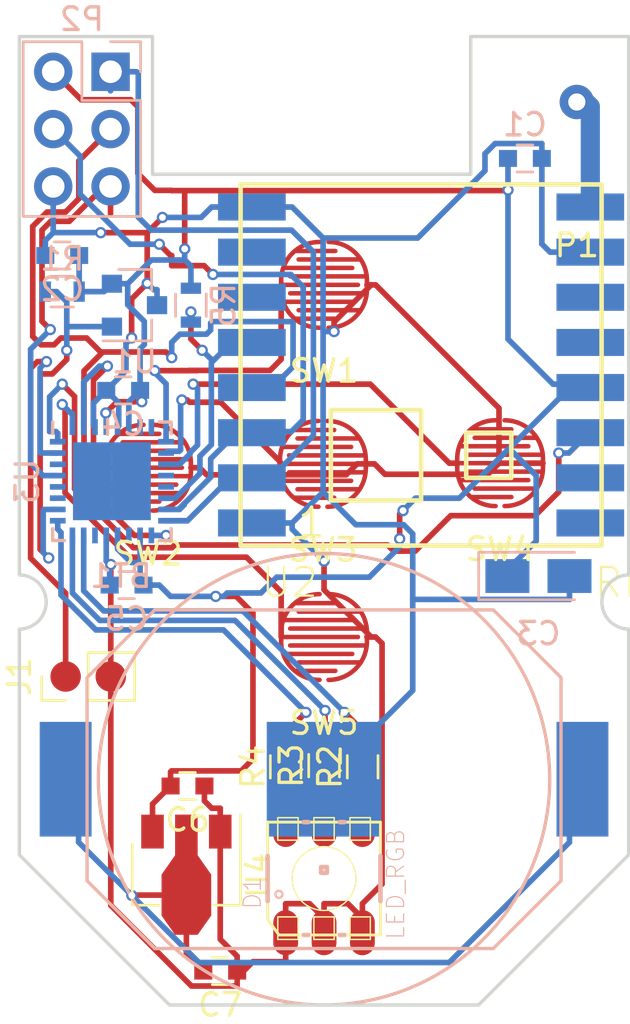
<source format=kicad_pcb>
(kicad_pcb (version 20171130) (host pcbnew "(5.1.12)-1")

  (general
    (thickness 1.6)
    (drawings 20)
    (tracks 498)
    (zones 0)
    (modules 26)
    (nets 24)
  )

  (page A4)
  (layers
    (0 F.Cu signal)
    (31 B.Cu signal)
    (32 B.Adhes user hide)
    (33 F.Adhes user hide)
    (34 B.Paste user hide)
    (35 F.Paste user hide)
    (36 B.SilkS user hide)
    (37 F.SilkS user hide)
    (38 B.Mask user hide)
    (39 F.Mask user hide)
    (40 Dwgs.User user hide)
    (41 Cmts.User user hide)
    (42 Eco1.User user hide)
    (43 Eco2.User user hide)
    (44 Edge.Cuts user)
    (45 Margin user hide)
    (46 B.CrtYd user hide)
    (47 F.CrtYd user hide)
    (48 B.Fab user hide)
    (49 F.Fab user hide)
  )

  (setup
    (last_trace_width 0.25)
    (trace_clearance 0.16)
    (zone_clearance 0.508)
    (zone_45_only no)
    (trace_min 0.2)
    (via_size 0.5)
    (via_drill 0.3)
    (via_min_size 0.4)
    (via_min_drill 0.3)
    (uvia_size 0.3)
    (uvia_drill 0.1)
    (uvias_allowed no)
    (uvia_min_size 0.2)
    (uvia_min_drill 0.1)
    (edge_width 0.15)
    (segment_width 0.2)
    (pcb_text_width 0.3)
    (pcb_text_size 1.5 1.5)
    (mod_edge_width 0.15)
    (mod_text_size 1 1)
    (mod_text_width 0.15)
    (pad_size 1.35 1.35)
    (pad_drill 0)
    (pad_to_mask_clearance 0.2)
    (aux_axis_origin 145 100)
    (grid_origin 145 100)
    (visible_elements 7FFFFFFF)
    (pcbplotparams
      (layerselection 0x030f0_80000001)
      (usegerberextensions false)
      (usegerberattributes true)
      (usegerberadvancedattributes true)
      (creategerberjobfile true)
      (excludeedgelayer true)
      (linewidth 0.100000)
      (plotframeref false)
      (viasonmask false)
      (mode 1)
      (useauxorigin false)
      (hpglpennumber 1)
      (hpglpenspeed 20)
      (hpglpendiameter 15.000000)
      (psnegative false)
      (psa4output false)
      (plotreference true)
      (plotvalue true)
      (plotinvisibletext false)
      (padsonsilk false)
      (subtractmaskfromsilk false)
      (outputformat 1)
      (mirror false)
      (drillshape 0)
      (scaleselection 1)
      (outputdirectory "Gerber"))
  )

  (net 0 "")
  (net 1 /VCC)
  (net 2 /D10)
  (net 3 /MOSI)
  (net 4 /MISO)
  (net 5 /SCK)
  (net 6 /RESET)
  (net 7 /D2)
  (net 8 /ANT)
  (net 9 /D3)
  (net 10 /D4)
  (net 11 /D5)
  (net 12 /D6)
  (net 13 /D7)
  (net 14 /A3)
  (net 15 GND)
  (net 16 "Net-(D1-Pad4)")
  (net 17 "Net-(D1-Pad5)")
  (net 18 "Net-(D1-Pad6)")
  (net 19 /A0)
  (net 20 /A1)
  (net 21 /A2)
  (net 22 /TXO)
  (net 23 "Net-(BT1-Pad1)")

  (net_class Default "Dies ist die voreingestellte Netzklasse."
    (clearance 0.16)
    (trace_width 0.25)
    (via_dia 0.5)
    (via_drill 0.3)
    (uvia_dia 0.3)
    (uvia_drill 0.1)
    (add_net /A0)
    (add_net /A1)
    (add_net /A2)
    (add_net /A3)
    (add_net /D10)
    (add_net /D2)
    (add_net /D3)
    (add_net /D4)
    (add_net /D5)
    (add_net /D6)
    (add_net /D7)
    (add_net /MISO)
    (add_net /MOSI)
    (add_net /RESET)
    (add_net /SCK)
    (add_net /TXO)
    (add_net /VCC)
    (add_net GND)
    (add_net "Net-(BT1-Pad1)")
    (add_net "Net-(D1-Pad4)")
    (add_net "Net-(D1-Pad5)")
    (add_net "Net-(D1-Pad6)")
  )

  (net_class Antenna ""
    (clearance 0.2)
    (trace_width 0.85)
    (via_dia 0.5)
    (via_drill 0.3)
    (uvia_dia 0.3)
    (uvia_drill 0.1)
    (add_net /ANT)
  )

  (module parts:4mm_Rubber_Button (layer F.Cu) (tedit 58FA554E) (tstamp 58F5F49A)
    (at 192.2 76.2)
    (path /58F5F8D4)
    (fp_text reference SW2 (at 0 3.81) (layer F.SilkS)
      (effects (font (size 1 1) (thickness 0.15)))
    )
    (fp_text value SW_SPST (at 0 -3.81) (layer F.Fab)
      (effects (font (size 1 1) (thickness 0.15)))
    )
    (fp_poly (pts (xy 0.380284 -1.950671) (xy 0.74551 -1.838074) (xy 1.090365 -1.651045) (xy 1.397176 -1.397176)
      (xy 1.656739 -1.081907) (xy 1.84187 -0.736407) (xy 1.95257 -0.370794) (xy 1.988837 0.00481)
      (xy 1.950672 0.380284) (xy 1.838075 0.74551) (xy 1.651046 1.090365) (xy 1.397176 1.397176)
      (xy 1.083458 1.654623) (xy 0.733639 1.840973) (xy 0.358806 1.953163) (xy -0.029957 1.988127)
      (xy -0.421562 1.9428) (xy -0.50357 1.922674) (xy -0.876005 1.780364) (xy -1.21313 1.562328)
      (xy -1.397176 1.397176) (xy -1.656739 1.081908) (xy -1.84187 0.736407) (xy -1.952569 0.370795)
      (xy -1.988836 -0.004809) (xy -1.950671 -0.380284) (xy -1.838074 -0.745509) (xy -1.651045 -1.090365)
      (xy -1.397176 -1.397176) (xy -1.081907 -1.656739) (xy -0.736407 -1.84187) (xy -0.370794 -1.952569)
      (xy 0.00481 -1.988836) (xy 0.380284 -1.950671)) (layer F.Mask) (width 0.01))
    (fp_line (start 1.9 -0.2) (end 1.9 0.2) (layer F.Cu) (width 0.2))
    (fp_line (start -1.9 0.2) (end -1.9 -0.2) (layer F.Cu) (width 0.2))
    (fp_line (start -1.9 0) (end 1.5 0) (layer F.Cu) (width 0.2))
    (fp_line (start -1.25 -1.5) (end 0.5 -1.5) (layer F.Cu) (width 0.2))
    (fp_line (start -1.25 1.5) (end 0.5 1.5) (layer F.Cu) (width 0.2))
    (fp_line (start 1.625 -1.125) (end -1.125 -1.125) (layer F.Cu) (width 0.2))
    (fp_line (start 1.25 -0.75) (end -1.75 -0.75) (layer F.Cu) (width 0.2))
    (fp_line (start 1.8 -0.375) (end -1.5 -0.375) (layer F.Cu) (width 0.2))
    (fp_line (start 1.8 0.375) (end -1.5 0.375) (layer F.Cu) (width 0.2))
    (fp_line (start -1.75 0.75) (end 1.25 0.75) (layer F.Cu) (width 0.2))
    (fp_line (start 1.625 1.125) (end -1.125 1.125) (layer F.Cu) (width 0.2))
    (fp_arc (start 0.2 0.2) (end 0.2 1.9) (angle -90) (layer F.Cu) (width 0.2))
    (fp_arc (start -0.2 0.2) (end -0.2 1.9) (angle 90) (layer F.Cu) (width 0.2))
    (fp_arc (start 0.2 -0.2) (end 0.2 -1.9) (angle 90) (layer F.Cu) (width 0.2))
    (fp_arc (start -0.2 -0.2) (end -0.2 -1.9) (angle -90) (layer F.Cu) (width 0.2))
    (pad 1 smd rect (at -1.9 0) (size 0.2 0.4) (layers F.Cu F.Paste F.Mask)
      (net 10 /D4))
    (pad 2 smd rect (at 1.9 0) (size 0.2 0.4) (layers F.Cu F.Paste F.Mask)
      (net 15 GND))
  )

  (module parts:4mm_Rubber_Button (layer F.Cu) (tedit 58FA554E) (tstamp 58F606B9)
    (at 199.95 76.03)
    (path /58F5F943)
    (fp_text reference SW3 (at 0 3.81) (layer F.SilkS)
      (effects (font (size 1 1) (thickness 0.15)))
    )
    (fp_text value SW_SPST (at 0 -3.81) (layer F.Fab)
      (effects (font (size 1 1) (thickness 0.15)))
    )
    (fp_poly (pts (xy 0.380284 -1.950671) (xy 0.74551 -1.838074) (xy 1.090365 -1.651045) (xy 1.397176 -1.397176)
      (xy 1.656739 -1.081907) (xy 1.84187 -0.736407) (xy 1.95257 -0.370794) (xy 1.988837 0.00481)
      (xy 1.950672 0.380284) (xy 1.838075 0.74551) (xy 1.651046 1.090365) (xy 1.397176 1.397176)
      (xy 1.083458 1.654623) (xy 0.733639 1.840973) (xy 0.358806 1.953163) (xy -0.029957 1.988127)
      (xy -0.421562 1.9428) (xy -0.50357 1.922674) (xy -0.876005 1.780364) (xy -1.21313 1.562328)
      (xy -1.397176 1.397176) (xy -1.656739 1.081908) (xy -1.84187 0.736407) (xy -1.952569 0.370795)
      (xy -1.988836 -0.004809) (xy -1.950671 -0.380284) (xy -1.838074 -0.745509) (xy -1.651045 -1.090365)
      (xy -1.397176 -1.397176) (xy -1.081907 -1.656739) (xy -0.736407 -1.84187) (xy -0.370794 -1.952569)
      (xy 0.00481 -1.988836) (xy 0.380284 -1.950671)) (layer F.Mask) (width 0.01))
    (fp_line (start 1.9 -0.2) (end 1.9 0.2) (layer F.Cu) (width 0.2))
    (fp_line (start -1.9 0.2) (end -1.9 -0.2) (layer F.Cu) (width 0.2))
    (fp_line (start -1.9 0) (end 1.5 0) (layer F.Cu) (width 0.2))
    (fp_line (start -1.25 -1.5) (end 0.5 -1.5) (layer F.Cu) (width 0.2))
    (fp_line (start -1.25 1.5) (end 0.5 1.5) (layer F.Cu) (width 0.2))
    (fp_line (start 1.625 -1.125) (end -1.125 -1.125) (layer F.Cu) (width 0.2))
    (fp_line (start 1.25 -0.75) (end -1.75 -0.75) (layer F.Cu) (width 0.2))
    (fp_line (start 1.8 -0.375) (end -1.5 -0.375) (layer F.Cu) (width 0.2))
    (fp_line (start 1.8 0.375) (end -1.5 0.375) (layer F.Cu) (width 0.2))
    (fp_line (start -1.75 0.75) (end 1.25 0.75) (layer F.Cu) (width 0.2))
    (fp_line (start 1.625 1.125) (end -1.125 1.125) (layer F.Cu) (width 0.2))
    (fp_arc (start 0.2 0.2) (end 0.2 1.9) (angle -90) (layer F.Cu) (width 0.2))
    (fp_arc (start -0.2 0.2) (end -0.2 1.9) (angle 90) (layer F.Cu) (width 0.2))
    (fp_arc (start 0.2 -0.2) (end 0.2 -1.9) (angle 90) (layer F.Cu) (width 0.2))
    (fp_arc (start -0.2 -0.2) (end -0.2 -1.9) (angle -90) (layer F.Cu) (width 0.2))
    (pad 1 smd rect (at -1.9 0) (size 0.2 0.4) (layers F.Cu F.Paste F.Mask)
      (net 12 /D6))
    (pad 2 smd rect (at 1.9 0) (size 0.2 0.4) (layers F.Cu F.Paste F.Mask)
      (net 15 GND))
  )

  (module parts:CR2032Holder (layer B.Cu) (tedit 59298EB2) (tstamp 58F27A3B)
    (at 200 90)
    (path /58F2262E)
    (fp_text reference BT1 (at -9 -9) (layer B.SilkS)
      (effects (font (size 1 1) (thickness 0.15)) (justify mirror))
    )
    (fp_text value Battery (at -6 9) (layer B.Fab)
      (effects (font (size 1 1) (thickness 0.15)) (justify mirror))
    )
    (fp_circle (center 0 0) (end 0 10) (layer B.SilkS) (width 0.15))
    (fp_line (start 10.5 -4.5) (end 7.5 -7.5) (layer B.SilkS) (width 0.15))
    (fp_line (start 10.5 4.5) (end 10.5 -4.5) (layer B.SilkS) (width 0.15))
    (fp_line (start 10.5 4.5) (end 7.5 7.5) (layer B.SilkS) (width 0.15))
    (fp_line (start -7.5 -7.5) (end 7.5 -7.5) (layer B.SilkS) (width 0.15))
    (fp_line (start -10.5 -4.5) (end -7.5 -7.5) (layer B.SilkS) (width 0.15))
    (fp_line (start -10.5 4.5) (end -10.5 -4.5) (layer B.SilkS) (width 0.15))
    (fp_line (start -7.5 7.5) (end 7.5 7.5) (layer B.SilkS) (width 0.15))
    (fp_line (start -10.5 4.5) (end -7.5 7.5) (layer B.SilkS) (width 0.15))
    (pad 1 smd rect (at -11.45 0) (size 2.3 5.08) (layers B.Cu B.Paste B.Mask)
      (net 23 "Net-(BT1-Pad1)"))
    (pad 1 smd rect (at 11.45 0) (size 2.3 5.08) (layers B.Cu B.Paste B.Mask)
      (net 23 "Net-(BT1-Pad1)"))
    (pad 2 smd rect (at 0 0) (size 5.08 5.08) (layers B.Cu B.Paste B.Mask)
      (net 15 GND))
  )

  (module parts:868MHz_Spring_Antenna (layer F.Cu) (tedit 5904583C) (tstamp 59045B5C)
    (at 211.2 60)
    (path /58F33790)
    (fp_text reference P1 (at 0 6.35) (layer F.SilkS)
      (effects (font (size 1 1) (thickness 0.15)))
    )
    (fp_text value CONN_01X01 (at 0 -7.62) (layer F.Fab)
      (effects (font (size 1 1) (thickness 0.15)))
    )
    (fp_line (start -5 0) (end -5 3) (layer F.Fab) (width 0.15))
    (fp_line (start -5 3) (end -6.5 -3) (layer F.Fab) (width 0.15))
    (fp_line (start -6.5 -3) (end -6.5 3) (layer F.Fab) (width 0.15))
    (fp_line (start -6.5 3) (end -8 -3) (layer F.Fab) (width 0.15))
    (fp_line (start -8 -3) (end -8 3) (layer F.Fab) (width 0.15))
    (fp_line (start -8 3) (end -9.5 -3) (layer F.Fab) (width 0.15))
    (fp_line (start -9.5 -3) (end -9.5 3) (layer F.Fab) (width 0.15))
    (fp_line (start -9.5 3) (end -11 -3) (layer F.Fab) (width 0.15))
    (fp_line (start -11 -3) (end -11 3) (layer F.Fab) (width 0.15))
    (fp_line (start -11 3) (end -12.5 -3) (layer F.Fab) (width 0.15))
    (fp_line (start -12.5 -3) (end -12.5 3) (layer F.Fab) (width 0.15))
    (fp_line (start -12.5 3) (end -14 -3) (layer F.Fab) (width 0.15))
    (fp_line (start -14 -3) (end -14 3) (layer F.Fab) (width 0.15))
    (fp_line (start -14 3) (end -15.5 -3) (layer F.Fab) (width 0.15))
    (fp_line (start -15.5 -3) (end -15.5 3) (layer F.Fab) (width 0.15))
    (fp_line (start -15.5 3) (end -17 -3) (layer F.Fab) (width 0.15))
    (fp_line (start -17 -3) (end -17 3) (layer F.Fab) (width 0.15))
    (fp_line (start -17 3) (end -18.5 -3) (layer F.Fab) (width 0.15))
    (fp_line (start -18.5 -3) (end -18.5 3) (layer F.Fab) (width 0.15))
    (fp_line (start -5 0) (end 0 0) (layer F.Fab) (width 0.15))
    (pad 1 thru_hole circle (at 0 0) (size 1.524 1.524) (drill 0.762) (layers *.Cu *.Mask)
      (net 8 /ANT))
  )

  (module Resistors_SMD:R_0603 (layer F.Cu) (tedit 58E0A804) (tstamp 58FB28A1)
    (at 198.3 89.45 90)
    (descr "Resistor SMD 0603, reflow soldering, Vishay (see dcrcw.pdf)")
    (tags "resistor 0603")
    (path /58FB1DCB)
    (attr smd)
    (fp_text reference R4 (at 0 -1.45 90) (layer F.SilkS)
      (effects (font (size 1 1) (thickness 0.15)))
    )
    (fp_text value R (at 0 1.5 90) (layer F.Fab)
      (effects (font (size 1 1) (thickness 0.15)))
    )
    (fp_line (start 1.25 0.7) (end -1.25 0.7) (layer F.CrtYd) (width 0.05))
    (fp_line (start 1.25 0.7) (end 1.25 -0.7) (layer F.CrtYd) (width 0.05))
    (fp_line (start -1.25 -0.7) (end -1.25 0.7) (layer F.CrtYd) (width 0.05))
    (fp_line (start -1.25 -0.7) (end 1.25 -0.7) (layer F.CrtYd) (width 0.05))
    (fp_line (start -0.5 -0.68) (end 0.5 -0.68) (layer F.SilkS) (width 0.12))
    (fp_line (start 0.5 0.68) (end -0.5 0.68) (layer F.SilkS) (width 0.12))
    (fp_line (start -0.8 -0.4) (end 0.8 -0.4) (layer F.Fab) (width 0.1))
    (fp_line (start 0.8 -0.4) (end 0.8 0.4) (layer F.Fab) (width 0.1))
    (fp_line (start 0.8 0.4) (end -0.8 0.4) (layer F.Fab) (width 0.1))
    (fp_line (start -0.8 0.4) (end -0.8 -0.4) (layer F.Fab) (width 0.1))
    (fp_text user %R (at 0 0 90) (layer F.Fab)
      (effects (font (size 0.5 0.5) (thickness 0.075)))
    )
    (pad 1 smd rect (at -0.75 0 90) (size 0.5 0.9) (layers F.Cu F.Paste F.Mask)
      (net 18 "Net-(D1-Pad6)"))
    (pad 2 smd rect (at 0.75 0 90) (size 0.5 0.9) (layers F.Cu F.Paste F.Mask)
      (net 21 /A2))
    (model ${KISYS3DMOD}/Resistors_SMD.3dshapes/R_0603.wrl
      (at (xyz 0 0 0))
      (scale (xyz 1 1 1))
      (rotate (xyz 0 0 0))
    )
  )

  (module Resistors_SMD:R_0603 (layer F.Cu) (tedit 58E0A804) (tstamp 58FB289B)
    (at 200 89.4 90)
    (descr "Resistor SMD 0603, reflow soldering, Vishay (see dcrcw.pdf)")
    (tags "resistor 0603")
    (path /58FB1D63)
    (attr smd)
    (fp_text reference R3 (at 0 -1.45 90) (layer F.SilkS)
      (effects (font (size 1 1) (thickness 0.15)))
    )
    (fp_text value R (at 0 1.5 90) (layer F.Fab)
      (effects (font (size 1 1) (thickness 0.15)))
    )
    (fp_line (start 1.25 0.7) (end -1.25 0.7) (layer F.CrtYd) (width 0.05))
    (fp_line (start 1.25 0.7) (end 1.25 -0.7) (layer F.CrtYd) (width 0.05))
    (fp_line (start -1.25 -0.7) (end -1.25 0.7) (layer F.CrtYd) (width 0.05))
    (fp_line (start -1.25 -0.7) (end 1.25 -0.7) (layer F.CrtYd) (width 0.05))
    (fp_line (start -0.5 -0.68) (end 0.5 -0.68) (layer F.SilkS) (width 0.12))
    (fp_line (start 0.5 0.68) (end -0.5 0.68) (layer F.SilkS) (width 0.12))
    (fp_line (start -0.8 -0.4) (end 0.8 -0.4) (layer F.Fab) (width 0.1))
    (fp_line (start 0.8 -0.4) (end 0.8 0.4) (layer F.Fab) (width 0.1))
    (fp_line (start 0.8 0.4) (end -0.8 0.4) (layer F.Fab) (width 0.1))
    (fp_line (start -0.8 0.4) (end -0.8 -0.4) (layer F.Fab) (width 0.1))
    (fp_text user %R (at 0 0 90) (layer F.Fab)
      (effects (font (size 0.5 0.5) (thickness 0.075)))
    )
    (pad 1 smd rect (at -0.75 0 90) (size 0.5 0.9) (layers F.Cu F.Paste F.Mask)
      (net 17 "Net-(D1-Pad5)"))
    (pad 2 smd rect (at 0.75 0 90) (size 0.5 0.9) (layers F.Cu F.Paste F.Mask)
      (net 20 /A1))
    (model ${KISYS3DMOD}/Resistors_SMD.3dshapes/R_0603.wrl
      (at (xyz 0 0 0))
      (scale (xyz 1 1 1))
      (rotate (xyz 0 0 0))
    )
  )

  (module Resistors_SMD:R_0603 (layer F.Cu) (tedit 58E0A804) (tstamp 58FB2895)
    (at 201.71 89.45 90)
    (descr "Resistor SMD 0603, reflow soldering, Vishay (see dcrcw.pdf)")
    (tags "resistor 0603")
    (path /58FB1C8E)
    (attr smd)
    (fp_text reference R2 (at 0 -1.45 90) (layer F.SilkS)
      (effects (font (size 1 1) (thickness 0.15)))
    )
    (fp_text value R (at 0 1.5 90) (layer F.Fab)
      (effects (font (size 1 1) (thickness 0.15)))
    )
    (fp_line (start 1.25 0.7) (end -1.25 0.7) (layer F.CrtYd) (width 0.05))
    (fp_line (start 1.25 0.7) (end 1.25 -0.7) (layer F.CrtYd) (width 0.05))
    (fp_line (start -1.25 -0.7) (end -1.25 0.7) (layer F.CrtYd) (width 0.05))
    (fp_line (start -1.25 -0.7) (end 1.25 -0.7) (layer F.CrtYd) (width 0.05))
    (fp_line (start -0.5 -0.68) (end 0.5 -0.68) (layer F.SilkS) (width 0.12))
    (fp_line (start 0.5 0.68) (end -0.5 0.68) (layer F.SilkS) (width 0.12))
    (fp_line (start -0.8 -0.4) (end 0.8 -0.4) (layer F.Fab) (width 0.1))
    (fp_line (start 0.8 -0.4) (end 0.8 0.4) (layer F.Fab) (width 0.1))
    (fp_line (start 0.8 0.4) (end -0.8 0.4) (layer F.Fab) (width 0.1))
    (fp_line (start -0.8 0.4) (end -0.8 -0.4) (layer F.Fab) (width 0.1))
    (fp_text user %R (at 0 0 90) (layer F.Fab)
      (effects (font (size 0.5 0.5) (thickness 0.075)))
    )
    (pad 1 smd rect (at -0.75 0 90) (size 0.5 0.9) (layers F.Cu F.Paste F.Mask)
      (net 16 "Net-(D1-Pad4)"))
    (pad 2 smd rect (at 0.75 0 90) (size 0.5 0.9) (layers F.Cu F.Paste F.Mask)
      (net 19 /A0))
    (model ${KISYS3DMOD}/Resistors_SMD.3dshapes/R_0603.wrl
      (at (xyz 0 0 0))
      (scale (xyz 1 1 1))
      (rotate (xyz 0 0 0))
    )
  )

  (module SparkFun-LED:LED-TRICOLOR-5050 (layer F.Cu) (tedit 200000) (tstamp 58FB288F)
    (at 200 94.4 90)
    (descr "5050 SMD RGB LED")
    (tags "5050 SMD RGB LED")
    (path /58FB1BE1)
    (attr smd)
    (fp_text reference D1 (at -0.635 -3.175 90) (layer B.SilkS)
      (effects (font (size 0.762 0.762) (thickness 0.0508)))
    )
    (fp_text value LED_RGB (at -0.254 3.175 90) (layer B.SilkS)
      (effects (font (size 0.762 0.762) (thickness 0.0508)))
    )
    (fp_circle (center 0 0) (end -0.99822 0.99822) (layer F.SilkS) (width 0.0635))
    (fp_circle (center -0.6985 -1.99898) (end -0.81026 -2.11074) (layer B.SilkS) (width 0.1016))
    (fp_line (start -2.49936 -1.99898) (end -1.79832 -2.49936) (layer F.SilkS) (width 0.127))
    (fp_line (start 0.508 0.127) (end 0.254 0.127) (layer B.SilkS) (width 0.2032))
    (fp_line (start 0.508 -0.127) (end 0.508 0.127) (layer B.SilkS) (width 0.2032))
    (fp_line (start 0.254 -0.127) (end 0.508 -0.127) (layer B.SilkS) (width 0.2032))
    (fp_line (start 0.254 0.127) (end 0.254 -0.127) (layer B.SilkS) (width 0.2032))
    (fp_line (start 2.49936 -0.6985) (end 2.49936 -0.89916) (layer B.SilkS) (width 0.2032))
    (fp_line (start 2.49936 0.89916) (end 2.49936 0.6985) (layer B.SilkS) (width 0.2032))
    (fp_line (start -2.49936 0.89916) (end -2.49936 0.6985) (layer B.SilkS) (width 0.2032))
    (fp_line (start -2.49936 -0.6985) (end -2.49936 -0.89916) (layer B.SilkS) (width 0.2032))
    (fp_line (start -0.99822 2.49936) (end 0.99822 2.49936) (layer B.SilkS) (width 0.2032))
    (fp_line (start -0.99822 -2.49936) (end 0.99822 -2.49936) (layer B.SilkS) (width 0.2032))
    (fp_line (start 2.49936 2.49936) (end -2.49936 2.49936) (layer F.SilkS) (width 0.127))
    (fp_line (start 2.49936 -2.49936) (end 2.49936 2.49936) (layer F.SilkS) (width 0.127))
    (fp_line (start -1.79832 -2.49936) (end 2.49936 -2.49936) (layer F.SilkS) (width 0.127))
    (fp_line (start -2.49936 2.49936) (end -2.49936 -1.99898) (layer F.SilkS) (width 0.127))
    (fp_line (start -2.69748 2.04978) (end -2.69748 1.14808) (layer F.SilkS) (width 0.06604))
    (fp_line (start -2.69748 1.14808) (end -1.69926 1.14808) (layer F.SilkS) (width 0.06604))
    (fp_line (start -1.69926 2.04978) (end -1.69926 1.14808) (layer F.SilkS) (width 0.06604))
    (fp_line (start -2.69748 2.04978) (end -1.69926 2.04978) (layer F.SilkS) (width 0.06604))
    (fp_line (start -2.69748 0.44958) (end -2.69748 -0.44958) (layer F.SilkS) (width 0.06604))
    (fp_line (start -2.69748 -0.44958) (end -1.69926 -0.44958) (layer F.SilkS) (width 0.06604))
    (fp_line (start -1.69926 0.44958) (end -1.69926 -0.44958) (layer F.SilkS) (width 0.06604))
    (fp_line (start -2.69748 0.44958) (end -1.69926 0.44958) (layer F.SilkS) (width 0.06604))
    (fp_line (start -2.69748 -1.14808) (end -2.69748 -2.04978) (layer F.SilkS) (width 0.06604))
    (fp_line (start -2.69748 -2.04978) (end -1.69926 -2.04978) (layer F.SilkS) (width 0.06604))
    (fp_line (start -1.69926 -1.14808) (end -1.69926 -2.04978) (layer F.SilkS) (width 0.06604))
    (fp_line (start -2.69748 -1.14808) (end -1.69926 -1.14808) (layer F.SilkS) (width 0.06604))
    (fp_line (start 1.69926 2.04978) (end 1.69926 1.14808) (layer F.SilkS) (width 0.06604))
    (fp_line (start 1.69926 1.14808) (end 2.69748 1.14808) (layer F.SilkS) (width 0.06604))
    (fp_line (start 2.69748 2.04978) (end 2.69748 1.14808) (layer F.SilkS) (width 0.06604))
    (fp_line (start 1.69926 2.04978) (end 2.69748 2.04978) (layer F.SilkS) (width 0.06604))
    (fp_line (start 1.69926 -1.14808) (end 1.69926 -2.04978) (layer F.SilkS) (width 0.06604))
    (fp_line (start 1.69926 -2.04978) (end 2.69748 -2.04978) (layer F.SilkS) (width 0.06604))
    (fp_line (start 2.69748 -1.14808) (end 2.69748 -2.04978) (layer F.SilkS) (width 0.06604))
    (fp_line (start 1.69926 -1.14808) (end 2.69748 -1.14808) (layer F.SilkS) (width 0.06604))
    (fp_line (start 1.69926 0.44958) (end 1.69926 -0.44958) (layer F.SilkS) (width 0.06604))
    (fp_line (start 1.69926 -0.44958) (end 2.69748 -0.44958) (layer F.SilkS) (width 0.06604))
    (fp_line (start 2.69748 0.44958) (end 2.69748 -0.44958) (layer F.SilkS) (width 0.06604))
    (fp_line (start 1.69926 0.44958) (end 2.69748 0.44958) (layer F.SilkS) (width 0.06604))
    (pad 1 smd oval (at -2.39776 -1.69926 90) (size 1.99898 1.09982) (layers F.Cu F.Paste F.Mask)
      (net 15 GND))
    (pad 2 smd oval (at -2.39776 0 90) (size 1.99898 1.09982) (layers F.Cu F.Paste F.Mask)
      (net 15 GND))
    (pad 3 smd oval (at -2.39776 1.69926 90) (size 1.99898 1.09982) (layers F.Cu F.Paste F.Mask)
      (net 15 GND))
    (pad 4 smd oval (at 2.39776 1.69926 90) (size 1.99898 1.09982) (layers F.Cu F.Paste F.Mask)
      (net 16 "Net-(D1-Pad4)"))
    (pad 5 smd oval (at 2.39776 0 90) (size 1.99898 1.09982) (layers F.Cu F.Paste F.Mask)
      (net 17 "Net-(D1-Pad5)"))
    (pad 6 smd oval (at 2.39776 -1.69926 90) (size 1.99898 1.09982) (layers F.Cu F.Paste F.Mask)
      (net 18 "Net-(D1-Pad6)"))
  )

  (module parts:4mm_Rubber_Button (layer F.Cu) (tedit 58FA554E) (tstamp 58F5F48C)
    (at 200 68.1)
    (path /58F5F86D)
    (fp_text reference SW1 (at 0 3.81) (layer F.SilkS)
      (effects (font (size 1 1) (thickness 0.15)))
    )
    (fp_text value SW_SPST (at 0 -3.81) (layer F.Fab)
      (effects (font (size 1 1) (thickness 0.15)))
    )
    (fp_poly (pts (xy 0.380284 -1.950671) (xy 0.74551 -1.838074) (xy 1.090365 -1.651045) (xy 1.397176 -1.397176)
      (xy 1.656739 -1.081907) (xy 1.84187 -0.736407) (xy 1.95257 -0.370794) (xy 1.988837 0.00481)
      (xy 1.950672 0.380284) (xy 1.838075 0.74551) (xy 1.651046 1.090365) (xy 1.397176 1.397176)
      (xy 1.083458 1.654623) (xy 0.733639 1.840973) (xy 0.358806 1.953163) (xy -0.029957 1.988127)
      (xy -0.421562 1.9428) (xy -0.50357 1.922674) (xy -0.876005 1.780364) (xy -1.21313 1.562328)
      (xy -1.397176 1.397176) (xy -1.656739 1.081908) (xy -1.84187 0.736407) (xy -1.952569 0.370795)
      (xy -1.988836 -0.004809) (xy -1.950671 -0.380284) (xy -1.838074 -0.745509) (xy -1.651045 -1.090365)
      (xy -1.397176 -1.397176) (xy -1.081907 -1.656739) (xy -0.736407 -1.84187) (xy -0.370794 -1.952569)
      (xy 0.00481 -1.988836) (xy 0.380284 -1.950671)) (layer F.Mask) (width 0.01))
    (fp_line (start 1.9 -0.2) (end 1.9 0.2) (layer F.Cu) (width 0.2))
    (fp_line (start -1.9 0.2) (end -1.9 -0.2) (layer F.Cu) (width 0.2))
    (fp_line (start -1.9 0) (end 1.5 0) (layer F.Cu) (width 0.2))
    (fp_line (start -1.25 -1.5) (end 0.5 -1.5) (layer F.Cu) (width 0.2))
    (fp_line (start -1.25 1.5) (end 0.5 1.5) (layer F.Cu) (width 0.2))
    (fp_line (start 1.625 -1.125) (end -1.125 -1.125) (layer F.Cu) (width 0.2))
    (fp_line (start 1.25 -0.75) (end -1.75 -0.75) (layer F.Cu) (width 0.2))
    (fp_line (start 1.8 -0.375) (end -1.5 -0.375) (layer F.Cu) (width 0.2))
    (fp_line (start 1.8 0.375) (end -1.5 0.375) (layer F.Cu) (width 0.2))
    (fp_line (start -1.75 0.75) (end 1.25 0.75) (layer F.Cu) (width 0.2))
    (fp_line (start 1.625 1.125) (end -1.125 1.125) (layer F.Cu) (width 0.2))
    (fp_arc (start 0.2 0.2) (end 0.2 1.9) (angle -90) (layer F.Cu) (width 0.2))
    (fp_arc (start -0.2 0.2) (end -0.2 1.9) (angle 90) (layer F.Cu) (width 0.2))
    (fp_arc (start 0.2 -0.2) (end 0.2 -1.9) (angle 90) (layer F.Cu) (width 0.2))
    (fp_arc (start -0.2 -0.2) (end -0.2 -1.9) (angle -90) (layer F.Cu) (width 0.2))
    (pad 1 smd rect (at -1.9 0) (size 0.2 0.4) (layers F.Cu F.Paste F.Mask)
      (net 11 /D5))
    (pad 2 smd rect (at 1.9 0) (size 0.2 0.4) (layers F.Cu F.Paste F.Mask)
      (net 15 GND))
  )

  (module parts:4mm_Rubber_Button (layer F.Cu) (tedit 58FA554E) (tstamp 58F5F4B6)
    (at 207.8 76)
    (path /58F5F98D)
    (fp_text reference SW4 (at 0 3.81) (layer F.SilkS)
      (effects (font (size 1 1) (thickness 0.15)))
    )
    (fp_text value SW_SPST (at 0 -3.81) (layer F.Fab)
      (effects (font (size 1 1) (thickness 0.15)))
    )
    (fp_poly (pts (xy 0.380284 -1.950671) (xy 0.74551 -1.838074) (xy 1.090365 -1.651045) (xy 1.397176 -1.397176)
      (xy 1.656739 -1.081907) (xy 1.84187 -0.736407) (xy 1.95257 -0.370794) (xy 1.988837 0.00481)
      (xy 1.950672 0.380284) (xy 1.838075 0.74551) (xy 1.651046 1.090365) (xy 1.397176 1.397176)
      (xy 1.083458 1.654623) (xy 0.733639 1.840973) (xy 0.358806 1.953163) (xy -0.029957 1.988127)
      (xy -0.421562 1.9428) (xy -0.50357 1.922674) (xy -0.876005 1.780364) (xy -1.21313 1.562328)
      (xy -1.397176 1.397176) (xy -1.656739 1.081908) (xy -1.84187 0.736407) (xy -1.952569 0.370795)
      (xy -1.988836 -0.004809) (xy -1.950671 -0.380284) (xy -1.838074 -0.745509) (xy -1.651045 -1.090365)
      (xy -1.397176 -1.397176) (xy -1.081907 -1.656739) (xy -0.736407 -1.84187) (xy -0.370794 -1.952569)
      (xy 0.00481 -1.988836) (xy 0.380284 -1.950671)) (layer F.Mask) (width 0.01))
    (fp_line (start 1.9 -0.2) (end 1.9 0.2) (layer F.Cu) (width 0.2))
    (fp_line (start -1.9 0.2) (end -1.9 -0.2) (layer F.Cu) (width 0.2))
    (fp_line (start -1.9 0) (end 1.5 0) (layer F.Cu) (width 0.2))
    (fp_line (start -1.25 -1.5) (end 0.5 -1.5) (layer F.Cu) (width 0.2))
    (fp_line (start -1.25 1.5) (end 0.5 1.5) (layer F.Cu) (width 0.2))
    (fp_line (start 1.625 -1.125) (end -1.125 -1.125) (layer F.Cu) (width 0.2))
    (fp_line (start 1.25 -0.75) (end -1.75 -0.75) (layer F.Cu) (width 0.2))
    (fp_line (start 1.8 -0.375) (end -1.5 -0.375) (layer F.Cu) (width 0.2))
    (fp_line (start 1.8 0.375) (end -1.5 0.375) (layer F.Cu) (width 0.2))
    (fp_line (start -1.75 0.75) (end 1.25 0.75) (layer F.Cu) (width 0.2))
    (fp_line (start 1.625 1.125) (end -1.125 1.125) (layer F.Cu) (width 0.2))
    (fp_arc (start 0.2 0.2) (end 0.2 1.9) (angle -90) (layer F.Cu) (width 0.2))
    (fp_arc (start -0.2 0.2) (end -0.2 1.9) (angle 90) (layer F.Cu) (width 0.2))
    (fp_arc (start 0.2 -0.2) (end 0.2 -1.9) (angle 90) (layer F.Cu) (width 0.2))
    (fp_arc (start -0.2 -0.2) (end -0.2 -1.9) (angle -90) (layer F.Cu) (width 0.2))
    (pad 1 smd rect (at -1.9 0) (size 0.2 0.4) (layers F.Cu F.Paste F.Mask)
      (net 13 /D7))
    (pad 2 smd rect (at 1.9 0) (size 0.2 0.4) (layers F.Cu F.Paste F.Mask)
      (net 15 GND))
  )

  (module parts:4mm_Rubber_Button (layer F.Cu) (tedit 58FA554E) (tstamp 58F5F4C4)
    (at 200 83.7)
    (path /58F5F9DA)
    (fp_text reference SW5 (at 0 3.81) (layer F.SilkS)
      (effects (font (size 1 1) (thickness 0.15)))
    )
    (fp_text value SW_SPST (at 0 -3.81) (layer F.Fab)
      (effects (font (size 1 1) (thickness 0.15)))
    )
    (fp_poly (pts (xy 0.380284 -1.950671) (xy 0.74551 -1.838074) (xy 1.090365 -1.651045) (xy 1.397176 -1.397176)
      (xy 1.656739 -1.081907) (xy 1.84187 -0.736407) (xy 1.95257 -0.370794) (xy 1.988837 0.00481)
      (xy 1.950672 0.380284) (xy 1.838075 0.74551) (xy 1.651046 1.090365) (xy 1.397176 1.397176)
      (xy 1.083458 1.654623) (xy 0.733639 1.840973) (xy 0.358806 1.953163) (xy -0.029957 1.988127)
      (xy -0.421562 1.9428) (xy -0.50357 1.922674) (xy -0.876005 1.780364) (xy -1.21313 1.562328)
      (xy -1.397176 1.397176) (xy -1.656739 1.081908) (xy -1.84187 0.736407) (xy -1.952569 0.370795)
      (xy -1.988836 -0.004809) (xy -1.950671 -0.380284) (xy -1.838074 -0.745509) (xy -1.651045 -1.090365)
      (xy -1.397176 -1.397176) (xy -1.081907 -1.656739) (xy -0.736407 -1.84187) (xy -0.370794 -1.952569)
      (xy 0.00481 -1.988836) (xy 0.380284 -1.950671)) (layer F.Mask) (width 0.01))
    (fp_line (start 1.9 -0.2) (end 1.9 0.2) (layer F.Cu) (width 0.2))
    (fp_line (start -1.9 0.2) (end -1.9 -0.2) (layer F.Cu) (width 0.2))
    (fp_line (start -1.9 0) (end 1.5 0) (layer F.Cu) (width 0.2))
    (fp_line (start -1.25 -1.5) (end 0.5 -1.5) (layer F.Cu) (width 0.2))
    (fp_line (start -1.25 1.5) (end 0.5 1.5) (layer F.Cu) (width 0.2))
    (fp_line (start 1.625 -1.125) (end -1.125 -1.125) (layer F.Cu) (width 0.2))
    (fp_line (start 1.25 -0.75) (end -1.75 -0.75) (layer F.Cu) (width 0.2))
    (fp_line (start 1.8 -0.375) (end -1.5 -0.375) (layer F.Cu) (width 0.2))
    (fp_line (start 1.8 0.375) (end -1.5 0.375) (layer F.Cu) (width 0.2))
    (fp_line (start -1.75 0.75) (end 1.25 0.75) (layer F.Cu) (width 0.2))
    (fp_line (start 1.625 1.125) (end -1.125 1.125) (layer F.Cu) (width 0.2))
    (fp_arc (start 0.2 0.2) (end 0.2 1.9) (angle -90) (layer F.Cu) (width 0.2))
    (fp_arc (start -0.2 0.2) (end -0.2 1.9) (angle 90) (layer F.Cu) (width 0.2))
    (fp_arc (start 0.2 -0.2) (end 0.2 -1.9) (angle 90) (layer F.Cu) (width 0.2))
    (fp_arc (start -0.2 -0.2) (end -0.2 -1.9) (angle -90) (layer F.Cu) (width 0.2))
    (pad 1 smd rect (at -1.9 0) (size 0.2 0.4) (layers F.Cu F.Paste F.Mask)
      (net 9 /D3))
    (pad 2 smd rect (at 1.9 0) (size 0.2 0.4) (layers F.Cu F.Paste F.Mask)
      (net 15 GND))
  )

  (module Capacitors_Tantalum_SMD:CP_Tantalum_Case-A_EIA-3216-18_Reflow (layer B.Cu) (tedit 57B6E980) (tstamp 58F27A41)
    (at 209.5 81)
    (descr "Tantalum capacitor, Case A, EIA 3216-18, 3.2x1.6x1.6mm, Reflow soldering footprint")
    (tags "capacitor tantalum smd")
    (path /58F21740)
    (attr smd)
    (fp_text reference C3 (at 0 2.55) (layer B.SilkS)
      (effects (font (size 1 1) (thickness 0.15)) (justify mirror))
    )
    (fp_text value CP (at 0 -2.55) (layer B.Fab)
      (effects (font (size 1 1) (thickness 0.15)) (justify mirror))
    )
    (fp_line (start -2.65 1.05) (end -2.65 -1.05) (layer B.SilkS) (width 0.12))
    (fp_line (start -2.65 -1.05) (end 1.6 -1.05) (layer B.SilkS) (width 0.12))
    (fp_line (start -2.65 1.05) (end 1.6 1.05) (layer B.SilkS) (width 0.12))
    (fp_line (start -1.12 0.8) (end -1.12 -0.8) (layer B.Fab) (width 0.1))
    (fp_line (start -1.28 0.8) (end -1.28 -0.8) (layer B.Fab) (width 0.1))
    (fp_line (start 1.6 0.8) (end -1.6 0.8) (layer B.Fab) (width 0.1))
    (fp_line (start 1.6 -0.8) (end 1.6 0.8) (layer B.Fab) (width 0.1))
    (fp_line (start -1.6 -0.8) (end 1.6 -0.8) (layer B.Fab) (width 0.1))
    (fp_line (start -1.6 0.8) (end -1.6 -0.8) (layer B.Fab) (width 0.1))
    (fp_line (start 2.75 1.2) (end -2.75 1.2) (layer B.CrtYd) (width 0.05))
    (fp_line (start 2.75 -1.2) (end 2.75 1.2) (layer B.CrtYd) (width 0.05))
    (fp_line (start -2.75 -1.2) (end 2.75 -1.2) (layer B.CrtYd) (width 0.05))
    (fp_line (start -2.75 1.2) (end -2.75 -1.2) (layer B.CrtYd) (width 0.05))
    (pad 1 smd rect (at -1.375 0) (size 1.95 1.5) (layers B.Cu B.Paste B.Mask)
      (net 1 /VCC))
    (pad 2 smd rect (at 1.375 0) (size 1.95 1.5) (layers B.Cu B.Paste B.Mask)
      (net 15 GND))
    (model Capacitors_Tantalum_SMD.3dshapes/CP_Tantalum_Case-A_EIA-3216-18.wrl
      (at (xyz 0 0 0))
      (scale (xyz 1 1 1))
      (rotate (xyz 0 0 0))
    )
  )

  (module Capacitors_SMD:C_0603 (layer B.Cu) (tedit 58AA844E) (tstamp 58F27A47)
    (at 191.1 72.775)
    (descr "Capacitor SMD 0603, reflow soldering, AVX (see smccp.pdf)")
    (tags "capacitor 0603")
    (path /58F21742)
    (attr smd)
    (fp_text reference C4 (at 0 1.5) (layer B.SilkS)
      (effects (font (size 1 1) (thickness 0.15)) (justify mirror))
    )
    (fp_text value 100n (at 0 -1.5) (layer B.Fab)
      (effects (font (size 1 1) (thickness 0.15)) (justify mirror))
    )
    (fp_line (start 1.4 -0.65) (end -1.4 -0.65) (layer B.CrtYd) (width 0.05))
    (fp_line (start 1.4 -0.65) (end 1.4 0.65) (layer B.CrtYd) (width 0.05))
    (fp_line (start -1.4 0.65) (end -1.4 -0.65) (layer B.CrtYd) (width 0.05))
    (fp_line (start -1.4 0.65) (end 1.4 0.65) (layer B.CrtYd) (width 0.05))
    (fp_line (start 0.35 -0.6) (end -0.35 -0.6) (layer B.SilkS) (width 0.12))
    (fp_line (start -0.35 0.6) (end 0.35 0.6) (layer B.SilkS) (width 0.12))
    (fp_line (start -0.8 0.4) (end 0.8 0.4) (layer B.Fab) (width 0.1))
    (fp_line (start 0.8 0.4) (end 0.8 -0.4) (layer B.Fab) (width 0.1))
    (fp_line (start 0.8 -0.4) (end -0.8 -0.4) (layer B.Fab) (width 0.1))
    (fp_line (start -0.8 -0.4) (end -0.8 0.4) (layer B.Fab) (width 0.1))
    (fp_text user %R (at 0 1.5) (layer B.Fab)
      (effects (font (size 1 1) (thickness 0.15)) (justify mirror))
    )
    (pad 1 smd rect (at -0.75 0) (size 0.8 0.75) (layers B.Cu B.Paste B.Mask)
      (net 15 GND))
    (pad 2 smd rect (at 0.75 0) (size 0.8 0.75) (layers B.Cu B.Paste B.Mask)
      (net 1 /VCC))
    (model Capacitors_SMD.3dshapes/C_0603.wrl
      (at (xyz 0 0 0))
      (scale (xyz 1 1 1))
      (rotate (xyz 0 0 0))
    )
  )

  (module Capacitors_SMD:C_0603 (layer B.Cu) (tedit 58AA844E) (tstamp 58F27A4D)
    (at 191.25 81.4)
    (descr "Capacitor SMD 0603, reflow soldering, AVX (see smccp.pdf)")
    (tags "capacitor 0603")
    (path /58F21741)
    (attr smd)
    (fp_text reference C5 (at 0 1.5) (layer B.SilkS)
      (effects (font (size 1 1) (thickness 0.15)) (justify mirror))
    )
    (fp_text value 100n (at 0 -1.5) (layer B.Fab)
      (effects (font (size 1 1) (thickness 0.15)) (justify mirror))
    )
    (fp_line (start 1.4 -0.65) (end -1.4 -0.65) (layer B.CrtYd) (width 0.05))
    (fp_line (start 1.4 -0.65) (end 1.4 0.65) (layer B.CrtYd) (width 0.05))
    (fp_line (start -1.4 0.65) (end -1.4 -0.65) (layer B.CrtYd) (width 0.05))
    (fp_line (start -1.4 0.65) (end 1.4 0.65) (layer B.CrtYd) (width 0.05))
    (fp_line (start 0.35 -0.6) (end -0.35 -0.6) (layer B.SilkS) (width 0.12))
    (fp_line (start -0.35 0.6) (end 0.35 0.6) (layer B.SilkS) (width 0.12))
    (fp_line (start -0.8 0.4) (end 0.8 0.4) (layer B.Fab) (width 0.1))
    (fp_line (start 0.8 0.4) (end 0.8 -0.4) (layer B.Fab) (width 0.1))
    (fp_line (start 0.8 -0.4) (end -0.8 -0.4) (layer B.Fab) (width 0.1))
    (fp_line (start -0.8 -0.4) (end -0.8 0.4) (layer B.Fab) (width 0.1))
    (fp_text user %R (at 0 1.5) (layer B.Fab)
      (effects (font (size 1 1) (thickness 0.15)) (justify mirror))
    )
    (pad 1 smd rect (at -0.75 0) (size 0.8 0.75) (layers B.Cu B.Paste B.Mask)
      (net 15 GND))
    (pad 2 smd rect (at 0.75 0) (size 0.8 0.75) (layers B.Cu B.Paste B.Mask)
      (net 1 /VCC))
    (model Capacitors_SMD.3dshapes/C_0603.wrl
      (at (xyz 0 0 0))
      (scale (xyz 1 1 1))
      (rotate (xyz 0 0 0))
    )
  )

  (module Pin_Headers:Pin_Header_Straight_2x03_Pitch2.54mm (layer B.Cu) (tedit 58CD4EC5) (tstamp 58F27A8D)
    (at 190.54 58.66 180)
    (descr "Through hole straight pin header, 2x03, 2.54mm pitch, double rows")
    (tags "Through hole pin header THT 2x03 2.54mm double row")
    (path /58F21743)
    (fp_text reference P2 (at 1.27 2.33 180) (layer B.SilkS)
      (effects (font (size 1 1) (thickness 0.15)) (justify mirror))
    )
    (fp_text value CONN_02X03 (at 1.27 -7.41 180) (layer B.Fab)
      (effects (font (size 1 1) (thickness 0.15)) (justify mirror))
    )
    (fp_line (start 4.35 1.8) (end -1.8 1.8) (layer B.CrtYd) (width 0.05))
    (fp_line (start 4.35 -6.85) (end 4.35 1.8) (layer B.CrtYd) (width 0.05))
    (fp_line (start -1.8 -6.85) (end 4.35 -6.85) (layer B.CrtYd) (width 0.05))
    (fp_line (start -1.8 1.8) (end -1.8 -6.85) (layer B.CrtYd) (width 0.05))
    (fp_line (start -1.33 1.33) (end 0 1.33) (layer B.SilkS) (width 0.12))
    (fp_line (start -1.33 0) (end -1.33 1.33) (layer B.SilkS) (width 0.12))
    (fp_line (start 1.27 -1.27) (end -1.33 -1.27) (layer B.SilkS) (width 0.12))
    (fp_line (start 1.27 1.33) (end 1.27 -1.27) (layer B.SilkS) (width 0.12))
    (fp_line (start 3.87 1.33) (end 1.27 1.33) (layer B.SilkS) (width 0.12))
    (fp_line (start 3.87 -6.41) (end 3.87 1.33) (layer B.SilkS) (width 0.12))
    (fp_line (start -1.33 -6.41) (end 3.87 -6.41) (layer B.SilkS) (width 0.12))
    (fp_line (start -1.33 -1.27) (end -1.33 -6.41) (layer B.SilkS) (width 0.12))
    (fp_line (start 3.81 1.27) (end -1.27 1.27) (layer B.Fab) (width 0.1))
    (fp_line (start 3.81 -6.35) (end 3.81 1.27) (layer B.Fab) (width 0.1))
    (fp_line (start -1.27 -6.35) (end 3.81 -6.35) (layer B.Fab) (width 0.1))
    (fp_line (start -1.27 1.27) (end -1.27 -6.35) (layer B.Fab) (width 0.1))
    (fp_text user %R (at 1.27 2.33 180) (layer B.Fab)
      (effects (font (size 1 1) (thickness 0.15)) (justify mirror))
    )
    (pad 1 thru_hole rect (at 0 0 180) (size 1.7 1.7) (drill 1) (layers *.Cu *.Mask)
      (net 4 /MISO))
    (pad 2 thru_hole oval (at 2.54 0 180) (size 1.7 1.7) (drill 1) (layers *.Cu *.Mask)
      (net 1 /VCC))
    (pad 3 thru_hole oval (at 0 -2.54 180) (size 1.7 1.7) (drill 1) (layers *.Cu *.Mask)
      (net 5 /SCK))
    (pad 4 thru_hole oval (at 2.54 -2.54 180) (size 1.7 1.7) (drill 1) (layers *.Cu *.Mask)
      (net 3 /MOSI))
    (pad 5 thru_hole oval (at 0 -5.08 180) (size 1.7 1.7) (drill 1) (layers *.Cu *.Mask)
      (net 6 /RESET))
    (pad 6 thru_hole oval (at 2.54 -5.08 180) (size 1.7 1.7) (drill 1) (layers *.Cu *.Mask)
      (net 15 GND))
    (model ${KISYS3DMOD}/Pin_Headers.3dshapes/Pin_Header_Straight_2x03_Pitch2.54mm.wrl
      (offset (xyz 1.269999980926514 -2.539999961853027 0))
      (scale (xyz 1 1 1))
      (rotate (xyz 0 0 90))
    )
  )

  (module TO_SOT_Packages_SMD:SOT-23 (layer B.Cu) (tedit 58CE4E7E) (tstamp 58F27ADC)
    (at 191.6 69)
    (descr "SOT-23, Standard")
    (tags SOT-23)
    (path /58F282AA)
    (attr smd)
    (fp_text reference U1 (at 0 2.5) (layer B.SilkS)
      (effects (font (size 1 1) (thickness 0.15)) (justify mirror))
    )
    (fp_text value ATSHA204A (at 0 -2.5) (layer B.Fab)
      (effects (font (size 1 1) (thickness 0.15)) (justify mirror))
    )
    (fp_line (start 0.76 -1.58) (end -0.7 -1.58) (layer B.SilkS) (width 0.12))
    (fp_line (start 0.76 1.58) (end -1.4 1.58) (layer B.SilkS) (width 0.12))
    (fp_line (start -1.7 -1.75) (end -1.7 1.75) (layer B.CrtYd) (width 0.05))
    (fp_line (start 1.7 -1.75) (end -1.7 -1.75) (layer B.CrtYd) (width 0.05))
    (fp_line (start 1.7 1.75) (end 1.7 -1.75) (layer B.CrtYd) (width 0.05))
    (fp_line (start -1.7 1.75) (end 1.7 1.75) (layer B.CrtYd) (width 0.05))
    (fp_line (start 0.76 1.58) (end 0.76 0.65) (layer B.SilkS) (width 0.12))
    (fp_line (start 0.76 -1.58) (end 0.76 -0.65) (layer B.SilkS) (width 0.12))
    (fp_line (start -0.7 -1.52) (end 0.7 -1.52) (layer B.Fab) (width 0.1))
    (fp_line (start 0.7 1.52) (end 0.7 -1.52) (layer B.Fab) (width 0.1))
    (fp_line (start -0.7 0.95) (end -0.15 1.52) (layer B.Fab) (width 0.1))
    (fp_line (start -0.15 1.52) (end 0.7 1.52) (layer B.Fab) (width 0.1))
    (fp_line (start -0.7 0.95) (end -0.7 -1.5) (layer B.Fab) (width 0.1))
    (fp_text user %R (at 0 0) (layer B.Fab)
      (effects (font (size 0.5 0.5) (thickness 0.075)) (justify mirror))
    )
    (pad 1 smd rect (at -1 0.95) (size 0.9 0.8) (layers B.Cu B.Paste B.Mask)
      (net 14 /A3))
    (pad 2 smd rect (at -1 -0.95) (size 0.9 0.8) (layers B.Cu B.Paste B.Mask)
      (net 1 /VCC))
    (pad 3 smd rect (at 1 0) (size 0.9 0.8) (layers B.Cu B.Paste B.Mask)
      (net 15 GND))
    (model ${KISYS3DMOD}/TO_SOT_Packages_SMD.3dshapes/SOT-23.wrl
      (at (xyz 0 0 0))
      (scale (xyz 1 1 1))
      (rotate (xyz 0 0 0))
    )
  )

  (module Capacitors_SMD:C_0603 (layer B.Cu) (tedit 58AA844E) (tstamp 58F32D3B)
    (at 208.9 62.5 180)
    (descr "Capacitor SMD 0603, reflow soldering, AVX (see smccp.pdf)")
    (tags "capacitor 0603")
    (path /58F32EB4)
    (attr smd)
    (fp_text reference C1 (at 0 1.5 180) (layer B.SilkS)
      (effects (font (size 1 1) (thickness 0.15)) (justify mirror))
    )
    (fp_text value 100n (at 0 -1.5 180) (layer B.Fab)
      (effects (font (size 1 1) (thickness 0.15)) (justify mirror))
    )
    (fp_line (start 1.4 -0.65) (end -1.4 -0.65) (layer B.CrtYd) (width 0.05))
    (fp_line (start 1.4 -0.65) (end 1.4 0.65) (layer B.CrtYd) (width 0.05))
    (fp_line (start -1.4 0.65) (end -1.4 -0.65) (layer B.CrtYd) (width 0.05))
    (fp_line (start -1.4 0.65) (end 1.4 0.65) (layer B.CrtYd) (width 0.05))
    (fp_line (start 0.35 -0.6) (end -0.35 -0.6) (layer B.SilkS) (width 0.12))
    (fp_line (start -0.35 0.6) (end 0.35 0.6) (layer B.SilkS) (width 0.12))
    (fp_line (start -0.8 0.4) (end 0.8 0.4) (layer B.Fab) (width 0.1))
    (fp_line (start 0.8 0.4) (end 0.8 -0.4) (layer B.Fab) (width 0.1))
    (fp_line (start 0.8 -0.4) (end -0.8 -0.4) (layer B.Fab) (width 0.1))
    (fp_line (start -0.8 -0.4) (end -0.8 0.4) (layer B.Fab) (width 0.1))
    (fp_text user %R (at 0 1.5 180) (layer B.Fab)
      (effects (font (size 1 1) (thickness 0.15)) (justify mirror))
    )
    (pad 1 smd rect (at -0.75 0 180) (size 0.8 0.75) (layers B.Cu B.Paste B.Mask)
      (net 15 GND))
    (pad 2 smd rect (at 0.75 0 180) (size 0.8 0.75) (layers B.Cu B.Paste B.Mask)
      (net 1 /VCC))
    (model Capacitors_SMD.3dshapes/C_0603.wrl
      (at (xyz 0 0 0))
      (scale (xyz 1 1 1))
      (rotate (xyz 0 0 0))
    )
  )

  (module Capacitors_SMD:C_0603 (layer B.Cu) (tedit 58AA844E) (tstamp 58F32D41)
    (at 188.4 66.8)
    (descr "Capacitor SMD 0603, reflow soldering, AVX (see smccp.pdf)")
    (tags "capacitor 0603")
    (path /58F32F9A)
    (attr smd)
    (fp_text reference C2 (at 0 1.5) (layer B.SilkS)
      (effects (font (size 1 1) (thickness 0.15)) (justify mirror))
    )
    (fp_text value 100n (at 0 -1.5) (layer B.Fab)
      (effects (font (size 1 1) (thickness 0.15)) (justify mirror))
    )
    (fp_line (start 1.4 -0.65) (end -1.4 -0.65) (layer B.CrtYd) (width 0.05))
    (fp_line (start 1.4 -0.65) (end 1.4 0.65) (layer B.CrtYd) (width 0.05))
    (fp_line (start -1.4 0.65) (end -1.4 -0.65) (layer B.CrtYd) (width 0.05))
    (fp_line (start -1.4 0.65) (end 1.4 0.65) (layer B.CrtYd) (width 0.05))
    (fp_line (start 0.35 -0.6) (end -0.35 -0.6) (layer B.SilkS) (width 0.12))
    (fp_line (start -0.35 0.6) (end 0.35 0.6) (layer B.SilkS) (width 0.12))
    (fp_line (start -0.8 0.4) (end 0.8 0.4) (layer B.Fab) (width 0.1))
    (fp_line (start 0.8 0.4) (end 0.8 -0.4) (layer B.Fab) (width 0.1))
    (fp_line (start 0.8 -0.4) (end -0.8 -0.4) (layer B.Fab) (width 0.1))
    (fp_line (start -0.8 -0.4) (end -0.8 0.4) (layer B.Fab) (width 0.1))
    (fp_text user %R (at 0 1.5) (layer B.Fab)
      (effects (font (size 1 1) (thickness 0.15)) (justify mirror))
    )
    (pad 1 smd rect (at -0.75 0) (size 0.8 0.75) (layers B.Cu B.Paste B.Mask)
      (net 15 GND))
    (pad 2 smd rect (at 0.75 0) (size 0.8 0.75) (layers B.Cu B.Paste B.Mask)
      (net 1 /VCC))
    (model Capacitors_SMD.3dshapes/C_0603.wrl
      (at (xyz 0 0 0))
      (scale (xyz 1 1 1))
      (rotate (xyz 0 0 0))
    )
  )

  (module Resistors_SMD:R_0603 (layer B.Cu) (tedit 58E0A804) (tstamp 58F32D4C)
    (at 188.4 68.4 180)
    (descr "Resistor SMD 0603, reflow soldering, Vishay (see dcrcw.pdf)")
    (tags "resistor 0603")
    (path /58F33076)
    (attr smd)
    (fp_text reference R1 (at 0 1.45 180) (layer B.SilkS)
      (effects (font (size 1 1) (thickness 0.15)) (justify mirror))
    )
    (fp_text value 1K (at 0 -1.5 180) (layer B.Fab)
      (effects (font (size 1 1) (thickness 0.15)) (justify mirror))
    )
    (fp_line (start 1.25 -0.7) (end -1.25 -0.7) (layer B.CrtYd) (width 0.05))
    (fp_line (start 1.25 -0.7) (end 1.25 0.7) (layer B.CrtYd) (width 0.05))
    (fp_line (start -1.25 0.7) (end -1.25 -0.7) (layer B.CrtYd) (width 0.05))
    (fp_line (start -1.25 0.7) (end 1.25 0.7) (layer B.CrtYd) (width 0.05))
    (fp_line (start -0.5 0.68) (end 0.5 0.68) (layer B.SilkS) (width 0.12))
    (fp_line (start 0.5 -0.68) (end -0.5 -0.68) (layer B.SilkS) (width 0.12))
    (fp_line (start -0.8 0.4) (end 0.8 0.4) (layer B.Fab) (width 0.1))
    (fp_line (start 0.8 0.4) (end 0.8 -0.4) (layer B.Fab) (width 0.1))
    (fp_line (start 0.8 -0.4) (end -0.8 -0.4) (layer B.Fab) (width 0.1))
    (fp_line (start -0.8 -0.4) (end -0.8 0.4) (layer B.Fab) (width 0.1))
    (fp_text user %R (at 0 0 180) (layer B.Fab)
      (effects (font (size 0.5 0.5) (thickness 0.075)) (justify mirror))
    )
    (pad 1 smd rect (at -0.75 0 180) (size 0.5 0.9) (layers B.Cu B.Paste B.Mask)
      (net 1 /VCC))
    (pad 2 smd rect (at 0.75 0 180) (size 0.5 0.9) (layers B.Cu B.Paste B.Mask)
      (net 14 /A3))
    (model ${KISYS3DMOD}/Resistors_SMD.3dshapes/R_0603.wrl
      (at (xyz 0 0 0))
      (scale (xyz 1 1 1))
      (rotate (xyz 0 0 0))
    )
  )

  (module Housings_DFN_QFN:QFN-32-1EP_5x5mm_Pitch0.5mm (layer B.Cu) (tedit 54130A77) (tstamp 58F5EA20)
    (at 190.6 76.8 270)
    (descr "UH Package; 32-Lead Plastic QFN (5mm x 5mm); (see Linear Technology QFN_32_05-08-1693.pdf)")
    (tags "QFN 0.5")
    (path /58F5EA3B)
    (attr smd)
    (fp_text reference U3 (at 0 3.75 270) (layer B.SilkS)
      (effects (font (size 1 1) (thickness 0.15)) (justify mirror))
    )
    (fp_text value ATMEGA328P-MU (at 0 -3.75 270) (layer B.Fab)
      (effects (font (size 1 1) (thickness 0.15)) (justify mirror))
    )
    (fp_line (start 2.625 2.625) (end 2.1 2.625) (layer B.SilkS) (width 0.15))
    (fp_line (start 2.625 -2.625) (end 2.1 -2.625) (layer B.SilkS) (width 0.15))
    (fp_line (start -2.625 -2.625) (end -2.1 -2.625) (layer B.SilkS) (width 0.15))
    (fp_line (start -2.625 2.625) (end -2.1 2.625) (layer B.SilkS) (width 0.15))
    (fp_line (start 2.625 -2.625) (end 2.625 -2.1) (layer B.SilkS) (width 0.15))
    (fp_line (start -2.625 -2.625) (end -2.625 -2.1) (layer B.SilkS) (width 0.15))
    (fp_line (start 2.625 2.625) (end 2.625 2.1) (layer B.SilkS) (width 0.15))
    (fp_line (start -3 -3) (end 3 -3) (layer B.CrtYd) (width 0.05))
    (fp_line (start -3 3) (end 3 3) (layer B.CrtYd) (width 0.05))
    (fp_line (start 3 3) (end 3 -3) (layer B.CrtYd) (width 0.05))
    (fp_line (start -3 3) (end -3 -3) (layer B.CrtYd) (width 0.05))
    (fp_line (start -2.5 1.5) (end -1.5 2.5) (layer B.Fab) (width 0.15))
    (fp_line (start -2.5 -2.5) (end -2.5 1.5) (layer B.Fab) (width 0.15))
    (fp_line (start 2.5 -2.5) (end -2.5 -2.5) (layer B.Fab) (width 0.15))
    (fp_line (start 2.5 2.5) (end 2.5 -2.5) (layer B.Fab) (width 0.15))
    (fp_line (start -1.5 2.5) (end 2.5 2.5) (layer B.Fab) (width 0.15))
    (pad 1 smd rect (at -2.4 1.75 270) (size 0.7 0.25) (layers B.Cu B.Paste B.Mask)
      (net 9 /D3))
    (pad 2 smd rect (at -2.4 1.25 270) (size 0.7 0.25) (layers B.Cu B.Paste B.Mask)
      (net 10 /D4))
    (pad 3 smd rect (at -2.4 0.75 270) (size 0.7 0.25) (layers B.Cu B.Paste B.Mask)
      (net 15 GND))
    (pad 4 smd rect (at -2.4 0.25 270) (size 0.7 0.25) (layers B.Cu B.Paste B.Mask)
      (net 1 /VCC))
    (pad 5 smd rect (at -2.4 -0.25 270) (size 0.7 0.25) (layers B.Cu B.Paste B.Mask)
      (net 15 GND))
    (pad 6 smd rect (at -2.4 -0.75 270) (size 0.7 0.25) (layers B.Cu B.Paste B.Mask)
      (net 1 /VCC))
    (pad 7 smd rect (at -2.4 -1.25 270) (size 0.7 0.25) (layers B.Cu B.Paste B.Mask))
    (pad 8 smd rect (at -2.4 -1.75 270) (size 0.7 0.25) (layers B.Cu B.Paste B.Mask))
    (pad 9 smd rect (at -1.75 -2.4 180) (size 0.7 0.25) (layers B.Cu B.Paste B.Mask)
      (net 11 /D5))
    (pad 10 smd rect (at -1.25 -2.4 180) (size 0.7 0.25) (layers B.Cu B.Paste B.Mask)
      (net 12 /D6))
    (pad 11 smd rect (at -0.75 -2.4 180) (size 0.7 0.25) (layers B.Cu B.Paste B.Mask)
      (net 13 /D7))
    (pad 12 smd rect (at -0.25 -2.4 180) (size 0.7 0.25) (layers B.Cu B.Paste B.Mask))
    (pad 13 smd rect (at 0.25 -2.4 180) (size 0.7 0.25) (layers B.Cu B.Paste B.Mask))
    (pad 14 smd rect (at 0.75 -2.4 180) (size 0.7 0.25) (layers B.Cu B.Paste B.Mask)
      (net 2 /D10))
    (pad 15 smd rect (at 1.25 -2.4 180) (size 0.7 0.25) (layers B.Cu B.Paste B.Mask)
      (net 3 /MOSI))
    (pad 16 smd rect (at 1.75 -2.4 180) (size 0.7 0.25) (layers B.Cu B.Paste B.Mask)
      (net 4 /MISO))
    (pad 17 smd rect (at 2.4 -1.75 270) (size 0.7 0.25) (layers B.Cu B.Paste B.Mask)
      (net 5 /SCK))
    (pad 18 smd rect (at 2.4 -1.25 270) (size 0.7 0.25) (layers B.Cu B.Paste B.Mask)
      (net 1 /VCC))
    (pad 19 smd rect (at 2.4 -0.75 270) (size 0.7 0.25) (layers B.Cu B.Paste B.Mask))
    (pad 20 smd rect (at 2.4 -0.25 270) (size 0.7 0.25) (layers B.Cu B.Paste B.Mask)
      (net 1 /VCC))
    (pad 21 smd rect (at 2.4 0.25 270) (size 0.7 0.25) (layers B.Cu B.Paste B.Mask)
      (net 15 GND))
    (pad 22 smd rect (at 2.4 0.75 270) (size 0.7 0.25) (layers B.Cu B.Paste B.Mask))
    (pad 23 smd rect (at 2.4 1.25 270) (size 0.7 0.25) (layers B.Cu B.Paste B.Mask)
      (net 19 /A0))
    (pad 24 smd rect (at 2.4 1.75 270) (size 0.7 0.25) (layers B.Cu B.Paste B.Mask)
      (net 20 /A1))
    (pad 25 smd rect (at 1.75 2.4 180) (size 0.7 0.25) (layers B.Cu B.Paste B.Mask)
      (net 21 /A2))
    (pad 26 smd rect (at 1.25 2.4 180) (size 0.7 0.25) (layers B.Cu B.Paste B.Mask)
      (net 14 /A3))
    (pad 27 smd rect (at 0.75 2.4 180) (size 0.7 0.25) (layers B.Cu B.Paste B.Mask))
    (pad 28 smd rect (at 0.25 2.4 180) (size 0.7 0.25) (layers B.Cu B.Paste B.Mask))
    (pad 29 smd rect (at -0.25 2.4 180) (size 0.7 0.25) (layers B.Cu B.Paste B.Mask)
      (net 6 /RESET))
    (pad 30 smd rect (at -0.75 2.4 180) (size 0.7 0.25) (layers B.Cu B.Paste B.Mask))
    (pad 31 smd rect (at -1.25 2.4 180) (size 0.7 0.25) (layers B.Cu B.Paste B.Mask)
      (net 22 /TXO))
    (pad 32 smd rect (at -1.75 2.4 180) (size 0.7 0.25) (layers B.Cu B.Paste B.Mask)
      (net 7 /D2))
    (pad 33 smd rect (at 0.8625 -0.8625 270) (size 1.725 1.725) (layers B.Cu B.Paste B.Mask)
      (solder_paste_margin_ratio -0.2))
    (pad 33 smd rect (at 0.8625 0.8625 270) (size 1.725 1.725) (layers B.Cu B.Paste B.Mask)
      (solder_paste_margin_ratio -0.2))
    (pad 33 smd rect (at -0.8625 -0.8625 270) (size 1.725 1.725) (layers B.Cu B.Paste B.Mask)
      (solder_paste_margin_ratio -0.2))
    (pad 33 smd rect (at -0.8625 0.8625 270) (size 1.725 1.725) (layers B.Cu B.Paste B.Mask)
      (solder_paste_margin_ratio -0.2))
    (model Housings_DFN_QFN.3dshapes/QFN-32-1EP_5x5mm_Pitch0.5mm.wrl
      (at (xyz 0 0 0))
      (scale (xyz 1 1 1))
      (rotate (xyz 0 0 0))
    )
  )

  (module SparkFun-RF:RFM69HCW-XXXS2 (layer B.Cu) (tedit 200000) (tstamp 58F5FE9F)
    (at 204.3 71.65)
    (path /58F6003E)
    (attr smd)
    (fp_text reference U2 (at -5.82422 9.63422) (layer F.SilkS)
      (effects (font (size 1.27 1.27) (thickness 0.1016)))
    )
    (fp_text value RFM69HCW (at 12.80922 9.63422) (layer F.SilkS)
      (effects (font (size 1.27 1.27) (thickness 0.1016)))
    )
    (fp_line (start 3.99796 2.99974) (end 1.99898 2.99974) (layer F.SilkS) (width 0.2032))
    (fp_line (start 3.99796 2.99974) (end 3.99796 4.99872) (layer F.SilkS) (width 0.2032))
    (fp_line (start 3.99796 4.99872) (end 1.99898 4.99872) (layer F.SilkS) (width 0.2032))
    (fp_line (start 1.99898 2.99974) (end 1.99898 4.99872) (layer F.SilkS) (width 0.2032))
    (fp_line (start 0 5.99948) (end -3.99796 5.99948) (layer F.SilkS) (width 0.2032))
    (fp_line (start 0 1.99898) (end 0 5.99948) (layer F.SilkS) (width 0.2032))
    (fp_line (start -3.99796 1.99898) (end 0 1.99898) (layer F.SilkS) (width 0.2032))
    (fp_line (start -3.99796 5.99948) (end -3.99796 1.99898) (layer F.SilkS) (width 0.2032))
    (fp_line (start -7.99846 -7.99846) (end -7.99846 7.99846) (layer F.SilkS) (width 0.2032))
    (fp_line (start 7.99846 -7.99846) (end -7.99846 -7.99846) (layer F.SilkS) (width 0.2032))
    (fp_line (start 7.99846 7.99846) (end 7.99846 -7.99846) (layer F.SilkS) (width 0.2032))
    (fp_line (start -7.99846 7.99846) (end 7.99846 7.99846) (layer F.SilkS) (width 0.2032))
    (fp_text user 1 (at -4.84886 6.985) (layer F.SilkS)
      (effects (font (size 1.27 1.27) (thickness 0.1524)))
    )
    (pad 1 smd rect (at -7.49808 6.9977) (size 2.99974 1.19888) (layers B.Cu B.Paste B.Mask)
      (net 15 GND))
    (pad 2 smd rect (at -7.49808 4.99872) (size 2.99974 1.19888) (layers B.Cu B.Paste B.Mask)
      (net 4 /MISO))
    (pad 3 smd rect (at -7.49808 2.99974) (size 2.99974 1.19888) (layers B.Cu B.Paste B.Mask)
      (net 3 /MOSI))
    (pad 4 smd rect (at -7.49808 0.99822) (size 2.99974 1.19888) (layers B.Cu B.Paste B.Mask)
      (net 5 /SCK))
    (pad 5 smd rect (at -7.49808 -0.99822) (size 2.99974 1.19888) (layers B.Cu B.Paste B.Mask)
      (net 2 /D10))
    (pad 6 smd rect (at -7.49808 -2.99974) (size 2.99974 1.19888) (layers B.Cu B.Paste B.Mask))
    (pad 7 smd rect (at -7.49808 -4.99872) (size 2.99974 1.19888) (layers B.Cu B.Paste B.Mask))
    (pad 8 smd rect (at -7.49808 -6.9977) (size 2.99974 1.19888) (layers B.Cu B.Paste B.Mask)
      (net 15 GND))
    (pad 9 smd rect (at 7.49808 -6.9977) (size 2.99974 1.19888) (layers B.Cu B.Paste B.Mask)
      (net 8 /ANT))
    (pad 10 smd rect (at 7.49808 -4.99872) (size 2.99974 1.19888) (layers B.Cu B.Paste B.Mask)
      (net 15 GND))
    (pad 11 smd rect (at 7.49808 -2.99974) (size 2.99974 1.19888) (layers B.Cu B.Paste B.Mask))
    (pad 12 smd rect (at 7.49808 -0.99822) (size 2.99974 1.19888) (layers B.Cu B.Paste B.Mask))
    (pad 13 smd rect (at 7.49808 0.99822) (size 2.99974 1.19888) (layers B.Cu B.Paste B.Mask)
      (net 1 /VCC))
    (pad 14 smd rect (at 7.49808 2.99974) (size 2.99974 1.19888) (layers B.Cu B.Paste B.Mask)
      (net 7 /D2))
    (pad 15 smd rect (at 7.49808 4.99872) (size 2.99974 1.19888) (layers B.Cu B.Paste B.Mask))
    (pad 16 smd rect (at 7.49808 6.9977) (size 2.99974 1.19888) (layers B.Cu B.Paste B.Mask))
  )

  (module Capacitors_SMD:C_0603 (layer F.Cu) (tedit 58AA844E) (tstamp 7FFFFFFF)
    (at 193.95 90.3 180)
    (descr "Capacitor SMD 0603, reflow soldering, AVX (see smccp.pdf)")
    (tags "capacitor 0603")
    (path /5929ACA9)
    (attr smd)
    (fp_text reference C6 (at 0 -1.5 180) (layer F.SilkS)
      (effects (font (size 1 1) (thickness 0.15)))
    )
    (fp_text value C (at 0 1.5 180) (layer F.Fab)
      (effects (font (size 1 1) (thickness 0.15)))
    )
    (fp_line (start 1.4 0.65) (end -1.4 0.65) (layer F.CrtYd) (width 0.05))
    (fp_line (start 1.4 0.65) (end 1.4 -0.65) (layer F.CrtYd) (width 0.05))
    (fp_line (start -1.4 -0.65) (end -1.4 0.65) (layer F.CrtYd) (width 0.05))
    (fp_line (start -1.4 -0.65) (end 1.4 -0.65) (layer F.CrtYd) (width 0.05))
    (fp_line (start 0.35 0.6) (end -0.35 0.6) (layer F.SilkS) (width 0.12))
    (fp_line (start -0.35 -0.6) (end 0.35 -0.6) (layer F.SilkS) (width 0.12))
    (fp_line (start -0.8 -0.4) (end 0.8 -0.4) (layer F.Fab) (width 0.1))
    (fp_line (start 0.8 -0.4) (end 0.8 0.4) (layer F.Fab) (width 0.1))
    (fp_line (start 0.8 0.4) (end -0.8 0.4) (layer F.Fab) (width 0.1))
    (fp_line (start -0.8 0.4) (end -0.8 -0.4) (layer F.Fab) (width 0.1))
    (fp_text user %R (at 0 -1.5 180) (layer F.Fab)
      (effects (font (size 1 1) (thickness 0.15)))
    )
    (pad 1 smd rect (at -0.75 0 180) (size 0.8 0.75) (layers F.Cu F.Paste F.Mask)
      (net 15 GND))
    (pad 2 smd rect (at 0.75 0 180) (size 0.8 0.75) (layers F.Cu F.Paste F.Mask)
      (net 1 /VCC))
    (model Capacitors_SMD.3dshapes/C_0603.wrl
      (at (xyz 0 0 0))
      (scale (xyz 1 1 1))
      (rotate (xyz 0 0 0))
    )
  )

  (module Capacitors_SMD:C_0603 (layer F.Cu) (tedit 58AA844E) (tstamp 592996EB)
    (at 195.4 98.5 180)
    (descr "Capacitor SMD 0603, reflow soldering, AVX (see smccp.pdf)")
    (tags "capacitor 0603")
    (path /5929AD88)
    (attr smd)
    (fp_text reference C7 (at 0 -1.5 180) (layer F.SilkS)
      (effects (font (size 1 1) (thickness 0.15)))
    )
    (fp_text value C (at 0 1.5 180) (layer F.Fab)
      (effects (font (size 1 1) (thickness 0.15)))
    )
    (fp_line (start 1.4 0.65) (end -1.4 0.65) (layer F.CrtYd) (width 0.05))
    (fp_line (start 1.4 0.65) (end 1.4 -0.65) (layer F.CrtYd) (width 0.05))
    (fp_line (start -1.4 -0.65) (end -1.4 0.65) (layer F.CrtYd) (width 0.05))
    (fp_line (start -1.4 -0.65) (end 1.4 -0.65) (layer F.CrtYd) (width 0.05))
    (fp_line (start 0.35 0.6) (end -0.35 0.6) (layer F.SilkS) (width 0.12))
    (fp_line (start -0.35 -0.6) (end 0.35 -0.6) (layer F.SilkS) (width 0.12))
    (fp_line (start -0.8 -0.4) (end 0.8 -0.4) (layer F.Fab) (width 0.1))
    (fp_line (start 0.8 -0.4) (end 0.8 0.4) (layer F.Fab) (width 0.1))
    (fp_line (start 0.8 0.4) (end -0.8 0.4) (layer F.Fab) (width 0.1))
    (fp_line (start -0.8 0.4) (end -0.8 -0.4) (layer F.Fab) (width 0.1))
    (fp_text user %R (at 0 -1.5 180) (layer F.Fab)
      (effects (font (size 1 1) (thickness 0.15)))
    )
    (pad 1 smd rect (at -0.75 0 180) (size 0.8 0.75) (layers F.Cu F.Paste F.Mask)
      (net 15 GND))
    (pad 2 smd rect (at 0.75 0 180) (size 0.8 0.75) (layers F.Cu F.Paste F.Mask)
      (net 23 "Net-(BT1-Pad1)"))
    (model Capacitors_SMD.3dshapes/C_0603.wrl
      (at (xyz 0 0 0))
      (scale (xyz 1 1 1))
      (rotate (xyz 0 0 0))
    )
  )

  (module TO_SOT_Packages_SMD:SOT-89-3 (layer F.Cu) (tedit 591F0203) (tstamp 592996F5)
    (at 193.9 93.8 270)
    (descr SOT-89-3)
    (tags SOT-89-3)
    (path /5929AB9E)
    (attr smd)
    (fp_text reference U4 (at 0.45 -3.2 270) (layer F.SilkS)
      (effects (font (size 1 1) (thickness 0.15)))
    )
    (fp_text value HT7333 (at 0.45 3.25 270) (layer F.Fab)
      (effects (font (size 1 1) (thickness 0.15)))
    )
    (fp_line (start -2.48 2.55) (end -2.48 -2.55) (layer F.CrtYd) (width 0.05))
    (fp_line (start -2.48 2.55) (end 3.23 2.55) (layer F.CrtYd) (width 0.05))
    (fp_line (start 3.23 -2.55) (end -2.48 -2.55) (layer F.CrtYd) (width 0.05))
    (fp_line (start 3.23 -2.55) (end 3.23 2.55) (layer F.CrtYd) (width 0.05))
    (fp_line (start -0.13 -2.3) (end 1.68 -2.3) (layer F.Fab) (width 0.1))
    (fp_line (start -0.92 2.3) (end -0.92 -1.51) (layer F.Fab) (width 0.1))
    (fp_line (start 1.68 2.3) (end -0.92 2.3) (layer F.Fab) (width 0.1))
    (fp_line (start 1.68 -2.3) (end 1.68 2.3) (layer F.Fab) (width 0.1))
    (fp_line (start -0.92 -1.51) (end -0.13 -2.3) (layer F.Fab) (width 0.1))
    (fp_line (start 1.78 -2.4) (end 1.78 -1.2) (layer F.SilkS) (width 0.12))
    (fp_line (start -2.22 -2.4) (end 1.78 -2.4) (layer F.SilkS) (width 0.12))
    (fp_line (start 1.78 2.4) (end -0.92 2.4) (layer F.SilkS) (width 0.12))
    (fp_line (start 1.78 1.2) (end 1.78 2.4) (layer F.SilkS) (width 0.12))
    (fp_text user %R (at 0.38 0 270) (layer F.Fab)
      (effects (font (size 0.6 0.6) (thickness 0.09)))
    )
    (pad 2 smd trapezoid (at 2.667 0 180) (size 1.6 0.85) (rect_delta 0 0.6 ) (layers F.Cu F.Paste F.Mask)
      (net 23 "Net-(BT1-Pad1)"))
    (pad 1 smd rect (at -1.48 -1.5 180) (size 1 1.5) (layers F.Cu F.Paste F.Mask)
      (net 15 GND))
    (pad 2 smd rect (at -1.3335 0 180) (size 1 1.8) (layers F.Cu F.Paste F.Mask)
      (net 23 "Net-(BT1-Pad1)"))
    (pad 3 smd rect (at -1.48 1.5 180) (size 1 1.5) (layers F.Cu F.Paste F.Mask)
      (net 1 /VCC))
    (pad 2 smd rect (at 1.3335 0 180) (size 2.2 1.84) (layers F.Cu F.Paste F.Mask)
      (net 23 "Net-(BT1-Pad1)"))
    (pad 2 smd trapezoid (at -0.0762 0) (size 1.5 1) (rect_delta 0 0.7 ) (layers F.Cu F.Paste F.Mask)
      (net 23 "Net-(BT1-Pad1)"))
    (model ${KISYS3DMOD}/TO_SOT_Packages_SMD.3dshapes/SOT-89-3.wrl
      (at (xyz 0 0 0))
      (scale (xyz 1 1 1))
      (rotate (xyz 0 0 0))
    )
  )

  (module Pin_Headers:Pin_Header_Straight_1x02_Pitch2.00mm (layer F.Cu) (tedit 592A8B48) (tstamp 592A8B5A)
    (at 188.55 85.45 90)
    (descr "Through hole straight pin header, 1x02, 2.00mm pitch, single row")
    (tags "Through hole pin header THT 1x02 2.00mm single row")
    (path /592A8FD9)
    (fp_text reference J1 (at 0 -2.06 90) (layer F.SilkS)
      (effects (font (size 1 1) (thickness 0.15)))
    )
    (fp_text value CONN_01X02 (at 0 4.06 90) (layer F.Fab)
      (effects (font (size 1 1) (thickness 0.15)))
    )
    (fp_line (start 1.5 -1.5) (end -1.5 -1.5) (layer F.CrtYd) (width 0.05))
    (fp_line (start 1.5 3.5) (end 1.5 -1.5) (layer F.CrtYd) (width 0.05))
    (fp_line (start -1.5 3.5) (end 1.5 3.5) (layer F.CrtYd) (width 0.05))
    (fp_line (start -1.5 -1.5) (end -1.5 3.5) (layer F.CrtYd) (width 0.05))
    (fp_line (start -1.06 -1.06) (end 0 -1.06) (layer F.SilkS) (width 0.12))
    (fp_line (start -1.06 0) (end -1.06 -1.06) (layer F.SilkS) (width 0.12))
    (fp_line (start 1.06 1) (end -1.06 1) (layer F.SilkS) (width 0.12))
    (fp_line (start 1.06 3.06) (end 1.06 1) (layer F.SilkS) (width 0.12))
    (fp_line (start -1.06 3.06) (end 1.06 3.06) (layer F.SilkS) (width 0.12))
    (fp_line (start -1.06 1) (end -1.06 3.06) (layer F.SilkS) (width 0.12))
    (fp_line (start 1 -1) (end -1 -1) (layer F.Fab) (width 0.1))
    (fp_line (start 1 3) (end 1 -1) (layer F.Fab) (width 0.1))
    (fp_line (start -1 3) (end 1 3) (layer F.Fab) (width 0.1))
    (fp_line (start -1 -1) (end -1 3) (layer F.Fab) (width 0.1))
    (fp_text user %R (at 0 -2.06 90) (layer F.Fab)
      (effects (font (size 1 1) (thickness 0.15)))
    )
    (pad 1 smd circle (at 0 0 90) (size 1.35 1.35) (layers F.Cu F.Paste F.Mask)
      (net 22 /TXO))
    (pad 2 smd circle (at 0 2 90) (size 1.35 1.35) (layers F.Cu F.Paste F.Mask)
      (net 15 GND))
    (model ${KISYS3DMOD}/Pin_Headers.3dshapes/Pin_Header_Straight_1x02_Pitch2.00mm.wrl
      (at (xyz 0 0 0))
      (scale (xyz 1 1 1))
      (rotate (xyz 0 0 0))
    )
  )

  (module Resistors_SMD:R_0603 (layer B.Cu) (tedit 58E0A804) (tstamp 592AF349)
    (at 194.1 69 90)
    (descr "Resistor SMD 0603, reflow soldering, Vishay (see dcrcw.pdf)")
    (tags "resistor 0603")
    (path /592AF611)
    (attr smd)
    (fp_text reference R5 (at 0 1.45 90) (layer B.SilkS)
      (effects (font (size 1 1) (thickness 0.15)) (justify mirror))
    )
    (fp_text value R (at 0 -1.5 90) (layer B.Fab)
      (effects (font (size 1 1) (thickness 0.15)) (justify mirror))
    )
    (fp_line (start 1.25 -0.7) (end -1.25 -0.7) (layer B.CrtYd) (width 0.05))
    (fp_line (start 1.25 -0.7) (end 1.25 0.7) (layer B.CrtYd) (width 0.05))
    (fp_line (start -1.25 0.7) (end -1.25 -0.7) (layer B.CrtYd) (width 0.05))
    (fp_line (start -1.25 0.7) (end 1.25 0.7) (layer B.CrtYd) (width 0.05))
    (fp_line (start -0.5 0.68) (end 0.5 0.68) (layer B.SilkS) (width 0.12))
    (fp_line (start 0.5 -0.68) (end -0.5 -0.68) (layer B.SilkS) (width 0.12))
    (fp_line (start -0.8 0.4) (end 0.8 0.4) (layer B.Fab) (width 0.1))
    (fp_line (start 0.8 0.4) (end 0.8 -0.4) (layer B.Fab) (width 0.1))
    (fp_line (start 0.8 -0.4) (end -0.8 -0.4) (layer B.Fab) (width 0.1))
    (fp_line (start -0.8 -0.4) (end -0.8 0.4) (layer B.Fab) (width 0.1))
    (fp_text user %R (at 0 -0.024999 90) (layer B.Fab)
      (effects (font (size 0.5 0.5) (thickness 0.075)) (justify mirror))
    )
    (pad 1 smd rect (at -0.75 0 90) (size 0.5 0.9) (layers B.Cu B.Paste B.Mask)
      (net 2 /D10))
    (pad 2 smd rect (at 0.75 0 90) (size 0.5 0.9) (layers B.Cu B.Paste B.Mask)
      (net 1 /VCC))
    (model ${KISYS3DMOD}/Resistors_SMD.3dshapes/R_0603.wrl
      (at (xyz 0 0 0))
      (scale (xyz 1 1 1))
      (rotate (xyz 0 0 0))
    )
  )

  (gr_line (start 193.15 100) (end 206.85 100) (layer Edge.Cuts) (width 0.15))
  (gr_line (start 213.5 83.35) (end 213.5 93.35) (layer Edge.Cuts) (width 0.15))
  (gr_line (start 213.5 57.1) (end 213.5 80.95) (layer Edge.Cuts) (width 0.15))
  (gr_line (start 192.4 57.1) (end 192.4 63.2) (layer Edge.Cuts) (width 0.15))
  (gr_line (start 192.4 57.1) (end 186.5 57.1) (layer Edge.Cuts) (width 0.15))
  (gr_line (start 213.5 57.1) (end 206.5 57.1) (layer Edge.Cuts) (width 0.15))
  (gr_line (start 192.4 63.2) (end 206.5 63.2) (layer Edge.Cuts) (width 0.15))
  (gr_line (start 206.5 57.1) (end 206.5 63.2) (layer Edge.Cuts) (width 0.15))
  (gr_line (start 206.85 100) (end 213.5 93.35) (layer Edge.Cuts) (width 0.15))
  (gr_line (start 193.15 100) (end 186.5 93.35) (layer Edge.Cuts) (width 0.15))
  (gr_line (start 186.5 83.35) (end 186.5 93.35) (layer Edge.Cuts) (width 0.15))
  (gr_line (start 186.5 57.1) (end 186.5 80.95) (layer Edge.Cuts) (width 0.15))
  (gr_circle (center 200 75.95) (end 213.5 75.95) (layer Eco1.User) (width 0.2))
  (gr_circle (center 200 68.07) (end 202 68.07) (layer Eco1.User) (width 0.2))
  (gr_circle (center 192.125 75.95) (end 192.125 77.95) (layer Eco1.User) (width 0.2))
  (gr_circle (center 207.875 75.95) (end 207.875 77.95) (layer Eco1.User) (width 0.2))
  (gr_circle (center 200 75.95) (end 202 75.95) (layer Eco1.User) (width 0.2))
  (gr_circle (center 200 83.83) (end 202 83.83) (layer Eco1.User) (width 0.2))
  (gr_arc (start 186.5 82.15) (end 186.5 80.95) (angle 180) (layer Edge.Cuts) (width 0.15))
  (gr_arc (start 213.5 82.15) (end 213.5 83.35) (angle 180) (layer Edge.Cuts) (width 0.15))

  (via (at 191.47438 70.44964) (size 0.5) (drill 0.3) (layers F.Cu B.Cu) (net 15))
  (segment (start 211.8395 72.4982) (end 211.7981 72.5396) (width 0.25) (layer B.Cu) (net 1))
  (segment (start 211.7981 72.5396) (end 211.7981 72.6482) (width 0.25) (layer B.Cu) (net 1))
  (segment (start 211.8395 72.4982) (end 211.498 72.4982) (width 0.25) (layer B.Cu) (net 1))
  (segment (start 212.181 72.4982) (end 211.8395 72.4982) (width 0.25) (layer B.Cu) (net 1))
  (segment (start 211.798 72.6482) (end 211.7981 72.6482) (width 0.25) (layer B.Cu) (net 1))
  (segment (start 211.798 72.6482) (end 210.898 72.6482) (width 0.25) (layer B.Cu) (net 1))
  (segment (start 210.898 72.6482) (end 208.198 75.3479) (width 0.25) (layer B.Cu) (net 1))
  (segment (start 210.7493 72.4995) (end 210.898 72.6482) (width 0.25) (layer B.Cu) (net 1))
  (segment (start 210.7493 72.4995) (end 211.046 72.4995) (width 0.25) (layer B.Cu) (net 1))
  (segment (start 208.15 63.9) (end 208.15 70.5038) (width 0.25) (layer B.Cu) (net 1))
  (segment (start 208.15 70.5038) (end 210.146 72.4995) (width 0.25) (layer B.Cu) (net 1))
  (segment (start 210.146 72.4995) (end 210.7493 72.4995) (width 0.25) (layer B.Cu) (net 1))
  (segment (start 191.3 68.05) (end 192.35 67) (width 0.25) (layer B.Cu) (net 1))
  (segment (start 192.35 67) (end 193.835 67) (width 0.25) (layer B.Cu) (net 1))
  (segment (start 190.6 68.05) (end 191.3 68.05) (width 0.25) (layer B.Cu) (net 1))
  (segment (start 208.198 75.3479) (end 205.996 77.55) (width 0.25) (layer B.Cu) (net 1))
  (segment (start 205.996 77.55) (end 204.05 77.55) (width 0.25) (layer B.Cu) (net 1))
  (segment (start 204.05 77.55) (end 203.5 78.1) (width 0.25) (layer B.Cu) (net 1))
  (segment (start 192.4 81.4) (end 192 81.4) (width 0.25) (layer B.Cu) (net 1))
  (segment (start 195.2 81.9) (end 193.2 81.9) (width 0.25) (layer B.Cu) (net 1))
  (segment (start 193.2 81.9) (end 192.7 81.4) (width 0.25) (layer B.Cu) (net 1))
  (segment (start 192.7 81.4) (end 192.4 81.4) (width 0.25) (layer B.Cu) (net 1))
  (segment (start 191.85 80.4) (end 191.85 81.25) (width 0.25) (layer B.Cu) (net 1))
  (segment (start 191.85 79.2) (end 191.85 80.4) (width 0.25) (layer B.Cu) (net 1))
  (segment (start 191.85 81.25) (end 191.7 81.1) (width 0.25) (layer B.Cu) (net 1))
  (segment (start 192 81.4) (end 191.85 81.25) (width 0.25) (layer B.Cu) (net 1))
  (segment (start 191.975 81.4) (end 192 81.4) (width 0.25) (layer B.Cu) (net 1))
  (segment (start 193.835 67) (end 193.825 66.99) (width 0.25) (layer B.Cu) (net 1))
  (segment (start 193.825 66.99) (end 193.825 66.508) (width 0.25) (layer B.Cu) (net 1))
  (segment (start 193.75 63.925) (end 193.825 64) (width 0.25) (layer F.Cu) (net 1))
  (segment (start 193.825 64) (end 193.825 66.508) (width 0.25) (layer F.Cu) (net 1))
  (segment (start 193.75 63.925) (end 208.125 63.925) (width 0.25) (layer F.Cu) (net 1))
  (segment (start 208.125 63.925) (end 208.15 63.9) (width 0.25) (layer F.Cu) (net 1))
  (segment (start 208.15 63.9) (end 208.15 62.5) (width 0.25) (layer B.Cu) (net 1))
  (segment (start 191.35 74.4) (end 191.35 73.275) (width 0.25) (layer B.Cu) (net 1))
  (segment (start 191.35 73.275) (end 191.85 72.775) (width 0.25) (layer B.Cu) (net 1))
  (segment (start 190.35 74.4) (end 190.35 73.7956) (width 0.25) (layer B.Cu) (net 1))
  (segment (start 190.35 73.7956) (end 190.33 73.7756) (width 0.25) (layer B.Cu) (net 1))
  (segment (start 191.85 81.25) (end 192 81.4) (width 0.25) (layer B.Cu) (net 1))
  (segment (start 190.85 79.2) (end 190.85 79.8) (width 0.25) (layer B.Cu) (net 1))
  (segment (start 190.85 79.8) (end 191.45 80.4) (width 0.25) (layer B.Cu) (net 1))
  (segment (start 191.45 80.4) (end 191.85 80.4) (width 0.25) (layer B.Cu) (net 1))
  (segment (start 191.85 72.775) (end 191.925 72.85) (width 0.25) (layer B.Cu) (net 1))
  (segment (start 191.925 72.85) (end 191.925 73.2786) (width 0.25) (layer B.Cu) (net 1))
  (segment (start 190.33 73.7756) (end 190.827 73.2786) (width 0.25) (layer F.Cu) (net 1))
  (segment (start 190.827 73.2786) (end 191.925 73.2786) (width 0.25) (layer F.Cu) (net 1))
  (segment (start 188 58.66) (end 189.24 59.9) (width 0.25) (layer F.Cu) (net 1))
  (segment (start 189.24 59.9) (end 191.44 59.9) (width 0.25) (layer F.Cu) (net 1))
  (segment (start 191.44 59.9) (end 191.75 60.21) (width 0.25) (layer F.Cu) (net 1))
  (segment (start 191.75 60.21) (end 191.75 63.1646) (width 0.25) (layer F.Cu) (net 1))
  (segment (start 191.75 63.1646) (end 192.5 63.9146) (width 0.25) (layer F.Cu) (net 1))
  (segment (start 192.5 63.9146) (end 193.24 63.9146) (width 0.25) (layer F.Cu) (net 1))
  (segment (start 193.24 63.9146) (end 193.25 63.925) (width 0.25) (layer F.Cu) (net 1))
  (segment (start 193.25 63.925) (end 193.75 63.925) (width 0.25) (layer F.Cu) (net 1))
  (segment (start 192 81.4) (end 192.4 81.4) (width 0.25) (layer B.Cu) (net 1))
  (segment (start 192.4 92.32) (end 192.4 91.1) (width 0.25) (layer F.Cu) (net 1))
  (segment (start 192.4 91.1) (end 193.2 90.3) (width 0.25) (layer F.Cu) (net 1))
  (segment (start 203.5 78.1) (end 203.35 78.25) (width 0.25) (layer F.Cu) (net 1))
  (segment (start 203.35 78.25) (end 203.35 79.35) (width 0.25) (layer F.Cu) (net 1))
  (segment (start 208.125 81) (end 208.125 80.725) (width 0.25) (layer B.Cu) (net 1))
  (segment (start 208.125 80.725) (end 209.4 79.45) (width 0.25) (layer B.Cu) (net 1))
  (segment (start 209.4 79.45) (end 209.4 76.55) (width 0.25) (layer B.Cu) (net 1))
  (segment (start 209.4 76.55) (end 208.198 75.3479) (width 0.25) (layer B.Cu) (net 1))
  (segment (start 193.2 90.3) (end 193.2 89.675) (width 0.25) (layer F.Cu) (net 1))
  (segment (start 193.2 89.675) (end 193.245 89.63) (width 0.25) (layer F.Cu) (net 1))
  (segment (start 193.245 89.63) (end 196.33 89.63) (width 0.25) (layer F.Cu) (net 1))
  (segment (start 196.33 89.63) (end 196.85 89.11) (width 0.25) (layer F.Cu) (net 1))
  (segment (start 196.85 89.11) (end 196.85 82.644) (width 0.25) (layer F.Cu) (net 1))
  (segment (start 196.85 82.644) (end 196.106 81.9) (width 0.25) (layer F.Cu) (net 1))
  (segment (start 196.106 81.9) (end 195.2 81.9) (width 0.25) (layer F.Cu) (net 1))
  (segment (start 195.2 81.9) (end 195.554 81.9) (width 0.25) (layer B.Cu) (net 1))
  (segment (start 195.554 81.9) (end 195.704 81.75) (width 0.25) (layer B.Cu) (net 1))
  (segment (start 195.704 81.75) (end 197.2 81.75) (width 0.25) (layer B.Cu) (net 1))
  (segment (start 197.2 81.75) (end 197.9 81.05) (width 0.25) (layer B.Cu) (net 1))
  (segment (start 197.9 81.05) (end 202.004 81.05) (width 0.25) (layer B.Cu) (net 1))
  (segment (start 202.004 81.05) (end 203.35 79.7036) (width 0.25) (layer B.Cu) (net 1))
  (segment (start 203.35 79.7036) (end 203.35 79.35) (width 0.25) (layer B.Cu) (net 1))
  (segment (start 194.1 68.25) (end 194.1 67.265) (width 0.25) (layer B.Cu) (net 1))
  (segment (start 194.1 67.265) (end 193.835 67) (width 0.25) (layer B.Cu) (net 1))
  (segment (start 189.15 68.4) (end 190.25 68.4) (width 0.25) (layer B.Cu) (net 1))
  (segment (start 190.25 68.4) (end 190.6 68.05) (width 0.25) (layer B.Cu) (net 1))
  (segment (start 189.15 66.8) (end 189.15 68.4) (width 0.25) (layer B.Cu) (net 1))
  (segment (start 191.85 72.775) (end 191.85 70.9298) (width 0.25) (layer B.Cu) (net 1))
  (segment (start 191.85 70.9298) (end 192.035 70.7448) (width 0.25) (layer B.Cu) (net 1))
  (segment (start 192.035 70.7448) (end 192.035 69.72) (width 0.25) (layer B.Cu) (net 1))
  (segment (start 192.035 69.72) (end 191.3 68.985) (width 0.25) (layer B.Cu) (net 1))
  (segment (start 191.3 68.985) (end 191.3 68.05) (width 0.25) (layer B.Cu) (net 1))
  (via (at 208.15 63.9) (size 0.5) (layers F.Cu B.Cu) (net 1))
  (via (at 193.825 66.508) (size 0.5) (layers F.Cu B.Cu) (net 1))
  (via (at 190.33 73.7756) (size 0.5) (layers F.Cu B.Cu) (net 1))
  (via (at 191.925 73.2786) (size 0.5) (layers F.Cu B.Cu) (net 1))
  (via (at 203.5 78.1) (size 0.5) (layers F.Cu B.Cu) (net 1))
  (via (at 203.35 79.35) (size 0.5) (layers F.Cu B.Cu) (net 1))
  (via (at 195.2 81.9) (size 0.5) (layers F.Cu B.Cu) (net 1))
  (segment (start 195.153 71.4) (end 195.901 70.6518) (width 0.25) (layer B.Cu) (net 2))
  (segment (start 195.901 70.6518) (end 196.8019 70.6518) (width 0.25) (layer B.Cu) (net 2))
  (segment (start 193.41 77.55) (end 194.5 76.46) (width 0.25) (layer B.Cu) (net 2))
  (segment (start 194.5 76.46) (end 194.5 75.688) (width 0.25) (layer B.Cu) (net 2))
  (segment (start 194.5 75.688) (end 195.007 75.1809) (width 0.25) (layer B.Cu) (net 2))
  (segment (start 195.007 75.1809) (end 195.007 71.5462) (width 0.25) (layer B.Cu) (net 2))
  (segment (start 195.007 71.5462) (end 195.153 71.4) (width 0.25) (layer B.Cu) (net 2))
  (segment (start 196.8019 70.6518) (end 196.802 70.6518) (width 0.25) (layer B.Cu) (net 2))
  (segment (start 193 77.55) (end 192.85 77.55) (width 0.25) (layer B.Cu) (net 2))
  (segment (start 193.41 77.55) (end 193 77.55) (width 0.25) (layer B.Cu) (net 2))
  (segment (start 193 77.55) (end 193.41 77.55) (width 0.25) (layer B.Cu) (net 2))
  (segment (start 194.1 69.75) (end 194.1 69.3) (width 0.25) (layer B.Cu) (net 2))
  (segment (start 194.1 69.3) (end 194.1 70.5) (width 0.25) (layer F.Cu) (net 2))
  (segment (start 194.1 70.5) (end 194.6 71) (width 0.25) (layer F.Cu) (net 2))
  (segment (start 194.6 71) (end 195 71.4) (width 0.25) (layer B.Cu) (net 2))
  (segment (start 195 71.4) (end 195.153 71.4) (width 0.25) (layer B.Cu) (net 2))
  (via (at 194.1 69.3) (size 0.5) (layers F.Cu B.Cu) (net 2))
  (via (at 194.6 71) (size 0.5) (layers F.Cu B.Cu) (net 2))
  (segment (start 196.802 74.6497) (end 196.802 74.5997) (width 0.25) (layer B.Cu) (net 3))
  (segment (start 196.8019 74.6497) (end 196.132 74.6497) (width 0.25) (layer B.Cu) (net 3))
  (segment (start 196.132 74.6497) (end 194.977 75.8049) (width 0.25) (layer B.Cu) (net 3))
  (segment (start 194.977 75.8049) (end 194.977 76.6194) (width 0.25) (layer B.Cu) (net 3))
  (segment (start 194.977 76.6194) (end 193.8 77.7964) (width 0.25) (layer B.Cu) (net 3))
  (segment (start 196.802 74.6497) (end 196.8019 74.6497) (width 0.25) (layer B.Cu) (net 3))
  (segment (start 193 78.05) (end 192.85 78.05) (width 0.25) (layer B.Cu) (net 3))
  (segment (start 193.546 78.05) (end 193 78.05) (width 0.25) (layer B.Cu) (net 3))
  (segment (start 193 78.05) (end 193.546 78.05) (width 0.25) (layer B.Cu) (net 3))
  (segment (start 196.802 74.5997) (end 198.552 74.5997) (width 0.25) (layer B.Cu) (net 3))
  (segment (start 198.552 74.5997) (end 199.077 74.0747) (width 0.25) (layer B.Cu) (net 3))
  (segment (start 199.077 74.0747) (end 199.077 68.1908) (width 0.25) (layer B.Cu) (net 3))
  (segment (start 199.077 68.1908) (end 198.525 67.6393) (width 0.25) (layer B.Cu) (net 3))
  (segment (start 198.525 67.6393) (end 195.075 67.6393) (width 0.25) (layer B.Cu) (net 3))
  (segment (start 192.7 66.3) (end 193.2 66.8) (width 0.25) (layer F.Cu) (net 3))
  (segment (start 193.2 66.8) (end 193.25 66.8) (width 0.25) (layer F.Cu) (net 3))
  (segment (start 193.25 66.8) (end 193.25 67.25) (width 0.25) (layer F.Cu) (net 3))
  (segment (start 193.25 67.25) (end 194.686 67.25) (width 0.25) (layer F.Cu) (net 3))
  (segment (start 194.686 67.25) (end 195.075 67.6393) (width 0.25) (layer F.Cu) (net 3))
  (segment (start 188 61.2) (end 189.195 62.395) (width 0.25) (layer B.Cu) (net 3))
  (segment (start 189.195 62.395) (end 189.195 64.0896) (width 0.25) (layer B.Cu) (net 3))
  (segment (start 189.195 64.0896) (end 191.405 66.3) (width 0.25) (layer B.Cu) (net 3))
  (segment (start 191.405 66.3) (end 192.7 66.3) (width 0.25) (layer B.Cu) (net 3))
  (segment (start 193.546 78.05) (end 193.6 78.05) (width 0.25) (layer B.Cu) (net 3))
  (segment (start 193.6 78.05) (end 193.8 77.85) (width 0.25) (layer B.Cu) (net 3))
  (segment (start 193.8 77.85) (end 193.8 77.7964) (width 0.25) (layer B.Cu) (net 3))
  (segment (start 193.8 77.7964) (end 193.546 78.05) (width 0.25) (layer B.Cu) (net 3))
  (via (at 195.075 67.6393) (size 0.5) (layers F.Cu B.Cu) (net 3))
  (via (at 192.7 66.3) (size 0.5) (layers F.Cu B.Cu) (net 3))
  (segment (start 196.8015 76.5987) (end 196.8019 76.5991) (width 0.25) (layer B.Cu) (net 4))
  (segment (start 196.8019 76.5991) (end 196.8019 76.6487) (width 0.25) (layer B.Cu) (net 4))
  (segment (start 196.8015 76.5987) (end 195.901 76.5987) (width 0.25) (layer B.Cu) (net 4))
  (segment (start 195.901 76.5987) (end 193.95 78.55) (width 0.25) (layer B.Cu) (net 4))
  (segment (start 190.54 58.66) (end 191.69 58.66) (width 0.25) (layer B.Cu) (net 4))
  (segment (start 191.69 58.66) (end 191.77 58.74) (width 0.25) (layer B.Cu) (net 4))
  (segment (start 191.77 58.74) (end 191.77 65.1) (width 0.25) (layer B.Cu) (net 4))
  (segment (start 191.77 65.1) (end 192.347 65.6768) (width 0.25) (layer B.Cu) (net 4))
  (segment (start 192.347 65.6768) (end 198.562 65.6768) (width 0.25) (layer B.Cu) (net 4))
  (segment (start 198.562 65.6768) (end 199.527 66.6419) (width 0.25) (layer B.Cu) (net 4))
  (segment (start 199.527 66.6419) (end 199.527 74.7743) (width 0.25) (layer B.Cu) (net 4))
  (segment (start 199.527 74.7743) (end 197.702 76.5987) (width 0.25) (layer B.Cu) (net 4))
  (segment (start 197.702 76.5987) (end 196.8015 76.5987) (width 0.25) (layer B.Cu) (net 4))
  (segment (start 193 78.55) (end 192.85 78.55) (width 0.25) (layer B.Cu) (net 4))
  (segment (start 193.95 78.55) (end 193 78.55) (width 0.25) (layer B.Cu) (net 4))
  (segment (start 190.54 58.66) (end 190.54 59.5054) (width 0.25) (layer B.Cu) (net 4))
  (segment (start 193 78.55) (end 193.95 78.55) (width 0.25) (layer B.Cu) (net 4))
  (segment (start 196.7519 72.5982) (end 196.8019 72.6482) (width 0.25) (layer B.Cu) (net 5))
  (segment (start 196.7519 72.5982) (end 196.802 72.5982) (width 0.25) (layer B.Cu) (net 5))
  (segment (start 196.082 72.5982) (end 196.7519 72.5982) (width 0.25) (layer B.Cu) (net 5))
  (segment (start 195.901 72.5982) (end 196.082 72.5982) (width 0.25) (layer B.Cu) (net 5))
  (segment (start 196.082 72.9184) (end 195.957 73.0434) (width 0.25) (layer B.Cu) (net 5))
  (segment (start 196.207 72.7934) (end 196.082 72.9184) (width 0.25) (layer B.Cu) (net 5))
  (segment (start 196.082 72.9184) (end 196.082 72.5982) (width 0.25) (layer B.Cu) (net 5))
  (segment (start 196.802 72.6482) (end 196.8019 72.6482) (width 0.25) (layer B.Cu) (net 5))
  (segment (start 196.802 72.6482) (end 197.702 72.6482) (width 0.25) (layer B.Cu) (net 5))
  (segment (start 197.702 72.6482) (end 198.627 71.7238) (width 0.25) (layer B.Cu) (net 5))
  (segment (start 198.627 71.7238) (end 198.627 69.7923) (width 0.25) (layer B.Cu) (net 5))
  (segment (start 198.627 69.7923) (end 198.562 69.7273) (width 0.25) (layer B.Cu) (net 5))
  (segment (start 198.562 69.7273) (end 195.042 69.7273) (width 0.25) (layer B.Cu) (net 5))
  (segment (start 195.042 69.7273) (end 194.977 69.7923) (width 0.25) (layer B.Cu) (net 5))
  (segment (start 194.977 69.7923) (end 194.977 70.1) (width 0.25) (layer B.Cu) (net 5))
  (segment (start 194.977 70.1) (end 194.792 70.285) (width 0.25) (layer B.Cu) (net 5))
  (segment (start 194.792 70.285) (end 193.615 70.285) (width 0.25) (layer B.Cu) (net 5))
  (segment (start 193.615 70.285) (end 193.25 70.65) (width 0.25) (layer B.Cu) (net 5))
  (segment (start 193.25 70.65) (end 193.25 71.325) (width 0.25) (layer B.Cu) (net 5))
  (segment (start 193.25 71.325) (end 193 71.075) (width 0.25) (layer F.Cu) (net 5))
  (segment (start 193 71.075) (end 190.2 71.075) (width 0.25) (layer F.Cu) (net 5))
  (segment (start 192.35 79.2) (end 193 79.2) (width 0.25) (layer B.Cu) (net 5))
  (segment (start 190.2 71.075) (end 189.365 71.91) (width 0.25) (layer F.Cu) (net 5))
  (segment (start 189.365 71.91) (end 189.365 76.965) (width 0.25) (layer F.Cu) (net 5))
  (segment (start 189.365 76.965) (end 191.6 79.2) (width 0.25) (layer F.Cu) (net 5))
  (segment (start 191.6 79.2) (end 193 79.2) (width 0.25) (layer F.Cu) (net 5))
  (segment (start 190.54 61.2) (end 189.135 62.605) (width 0.25) (layer F.Cu) (net 5))
  (segment (start 189.135 62.605) (end 189.135 64.2848) (width 0.25) (layer F.Cu) (net 5))
  (segment (start 189.135 64.2848) (end 188.545 64.875) (width 0.25) (layer F.Cu) (net 5))
  (segment (start 188.545 64.875) (end 187.725 64.875) (width 0.25) (layer F.Cu) (net 5))
  (segment (start 187.725 64.875) (end 187.093 65.5067) (width 0.25) (layer F.Cu) (net 5))
  (segment (start 187.093 65.5067) (end 187.093 70.3867) (width 0.25) (layer F.Cu) (net 5))
  (segment (start 187.093 70.3867) (end 187.462 70.755) (width 0.25) (layer F.Cu) (net 5))
  (segment (start 187.462 70.755) (end 188.038 70.755) (width 0.25) (layer F.Cu) (net 5))
  (segment (start 188.038 70.755) (end 188.338 70.455) (width 0.25) (layer F.Cu) (net 5))
  (segment (start 188.338 70.455) (end 189.48 70.455) (width 0.25) (layer F.Cu) (net 5))
  (segment (start 189.48 70.455) (end 190.1 71.075) (width 0.25) (layer F.Cu) (net 5))
  (segment (start 190.1 71.075) (end 190.2 71.075) (width 0.25) (layer F.Cu) (net 5))
  (via (at 193.25 71.325) (size 0.5) (layers F.Cu B.Cu) (net 5))
  (via (at 193 79.2) (size 0.5) (layers F.Cu B.Cu) (net 5))
  (segment (start 187.62 69.8309) (end 187.87 70.0809) (width 0.25) (layer F.Cu) (net 6))
  (segment (start 190.54 63.74) (end 190.54 64.9421) (width 0.25) (layer F.Cu) (net 6))
  (segment (start 188.2 76.55) (end 187.55 76.55) (width 0.25) (layer B.Cu) (net 6))
  (segment (start 187.55 76.55) (end 187 76) (width 0.25) (layer B.Cu) (net 6))
  (segment (start 187 76) (end 187 70.9505) (width 0.25) (layer B.Cu) (net 6))
  (segment (start 187 70.9505) (end 187.87 70.0809) (width 0.25) (layer B.Cu) (net 6))
  (segment (start 190.54 63.74) (end 190.26 63.74) (width 0.25) (layer F.Cu) (net 6))
  (segment (start 190.26 63.74) (end 188.715 65.285) (width 0.25) (layer F.Cu) (net 6))
  (segment (start 188.715 65.285) (end 187.895 65.285) (width 0.25) (layer F.Cu) (net 6))
  (segment (start 187.895 65.285) (end 187.503 65.6765) (width 0.25) (layer F.Cu) (net 6))
  (segment (start 187.503 65.6765) (end 187.503 69.7145) (width 0.25) (layer F.Cu) (net 6))
  (segment (start 187.503 69.7145) (end 187.87 70.0809) (width 0.25) (layer F.Cu) (net 6))
  (via (at 187.87 70.0809) (size 0.5) (layers F.Cu B.Cu) (net 6))
  (segment (start 211.498 74.4997) (end 211.6481 74.4997) (width 0.25) (layer B.Cu) (net 7))
  (segment (start 211.6481 74.4997) (end 211.7981 74.6497) (width 0.25) (layer B.Cu) (net 7))
  (segment (start 211.498 74.4997) (end 210.58 74.4997) (width 0.25) (layer B.Cu) (net 7))
  (segment (start 210.58 74.4997) (end 210.425 74.3447) (width 0.25) (layer B.Cu) (net 7))
  (segment (start 211.3235 75.0745) (end 211.3733 75.0745) (width 0.25) (layer B.Cu) (net 7))
  (segment (start 211.3733 75.0745) (end 211.7981 74.6497) (width 0.25) (layer B.Cu) (net 7))
  (segment (start 211.3235 75.0745) (end 211.798 74.5997) (width 0.25) (layer B.Cu) (net 7))
  (segment (start 210.4 75.5493) (end 210.849 75.5493) (width 0.25) (layer B.Cu) (net 7))
  (segment (start 210.849 75.5493) (end 211.3235 75.0745) (width 0.25) (layer B.Cu) (net 7))
  (segment (start 188.4 72.5) (end 188.945 73.045) (width 0.25) (layer F.Cu) (net 7))
  (segment (start 188.945 73.045) (end 188.945 77.139) (width 0.25) (layer F.Cu) (net 7))
  (segment (start 188.945 77.139) (end 191.551 79.745) (width 0.25) (layer F.Cu) (net 7))
  (segment (start 191.551 79.745) (end 193.262 79.745) (width 0.25) (layer F.Cu) (net 7))
  (segment (start 193.262 79.745) (end 193.382 79.625) (width 0.25) (layer F.Cu) (net 7))
  (segment (start 193.382 79.625) (end 202.818 79.625) (width 0.25) (layer F.Cu) (net 7))
  (segment (start 202.818 79.625) (end 203.088 79.895) (width 0.25) (layer F.Cu) (net 7))
  (segment (start 203.088 79.895) (end 204.041 79.895) (width 0.25) (layer F.Cu) (net 7))
  (segment (start 204.041 79.895) (end 205.612 78.3246) (width 0.25) (layer F.Cu) (net 7))
  (segment (start 205.612 78.3246) (end 209.347 78.3246) (width 0.25) (layer F.Cu) (net 7))
  (segment (start 209.347 78.3246) (end 210.4 77.2714) (width 0.25) (layer F.Cu) (net 7))
  (segment (start 210.4 77.2714) (end 210.4 75.5493) (width 0.25) (layer F.Cu) (net 7))
  (segment (start 188.4 72.5) (end 187.84 73.06) (width 0.25) (layer B.Cu) (net 7))
  (segment (start 187.84 73.06) (end 187.84 74.6) (width 0.25) (layer B.Cu) (net 7))
  (segment (start 187.84 74.6) (end 188.125 74.6) (width 0.25) (layer B.Cu) (net 7))
  (segment (start 188.125 74.6) (end 188.2 74.675) (width 0.25) (layer B.Cu) (net 7))
  (segment (start 188.2 74.675) (end 188.2 75.05) (width 0.25) (layer B.Cu) (net 7))
  (via (at 210.4 75.5493) (size 0.5) (layers F.Cu B.Cu) (net 7))
  (via (at 188.4 72.5) (size 0.5) (layers F.Cu B.Cu) (net 7))
  (segment (start 211.2 60) (end 211.5961 60) (width 0.85) (layer B.Cu) (net 8))
  (segment (start 211.5961 60) (end 211.798 60.2019) (width 0.85) (layer B.Cu) (net 8))
  (segment (start 211.7981 64.6523) (end 211.798 64.6523) (width 0.25) (layer B.Cu) (net 8))
  (segment (start 212 64.4504) (end 211.7981 64.6523) (width 0.25) (layer B.Cu) (net 8))
  (segment (start 211.798 64.6523) (end 211.798 60.2019) (width 0.85) (layer B.Cu) (net 8))
  (segment (start 198.1 83.7) (end 198.1 81.7) (width 0.25) (layer F.Cu) (net 9))
  (segment (start 198.1 81.7) (end 196.565 80.165) (width 0.25) (layer F.Cu) (net 9))
  (segment (start 196.565 80.165) (end 191.377 80.165) (width 0.25) (layer F.Cu) (net 9))
  (segment (start 191.377 80.165) (end 188.525 77.3129) (width 0.25) (layer F.Cu) (net 9))
  (segment (start 188.525 77.3129) (end 188.525 73.525) (width 0.25) (layer F.Cu) (net 9))
  (segment (start 188.525 73.525) (end 188.4 73.4) (width 0.25) (layer F.Cu) (net 9))
  (segment (start 188.85 74.4) (end 188.85 73.8) (width 0.25) (layer B.Cu) (net 9))
  (segment (start 188.85 73.8) (end 188.8 73.8) (width 0.25) (layer B.Cu) (net 9))
  (segment (start 188.8 73.8) (end 188.4 73.4) (width 0.25) (layer B.Cu) (net 9))
  (via (at 188.4 73.4) (size 0.5) (layers F.Cu B.Cu) (net 9))
  (segment (start 190.4 71.7) (end 190.046 71.7) (width 0.25) (layer B.Cu) (net 10))
  (segment (start 190.046 71.7) (end 189.35 72.3964) (width 0.25) (layer B.Cu) (net 10))
  (segment (start 189.35 72.3964) (end 189.35 74.4) (width 0.25) (layer B.Cu) (net 10))
  (segment (start 190.4 71.7) (end 189.785 72.315) (width 0.25) (layer F.Cu) (net 10))
  (segment (start 189.785 72.315) (end 189.785 75.235) (width 0.25) (layer F.Cu) (net 10))
  (segment (start 189.785 75.235) (end 190.3 75.75) (width 0.25) (layer F.Cu) (net 10))
  (segment (start 190.3 75.75) (end 190.3 76.2) (width 0.25) (layer F.Cu) (net 10))
  (via (at 190.4 71.7) (size 0.5) (layers F.Cu B.Cu) (net 10))
  (segment (start 194.008 71.9) (end 194.4 71.9) (width 0.25) (layer F.Cu) (net 11))
  (segment (start 193.2 71.9) (end 194.008 71.9) (width 0.25) (layer F.Cu) (net 11))
  (segment (start 192.5 71.9) (end 193.2 71.9) (width 0.25) (layer F.Cu) (net 11))
  (segment (start 194.008 71.9) (end 194.018 71.89) (width 0.25) (layer F.Cu) (net 11))
  (segment (start 194.018 71.89) (end 197.61 71.89) (width 0.25) (layer F.Cu) (net 11))
  (segment (start 197.61 71.89) (end 198.1 71.4) (width 0.25) (layer F.Cu) (net 11))
  (segment (start 198.1 71.4) (end 198.1 68.1) (width 0.25) (layer F.Cu) (net 11))
  (segment (start 193.2 71.9) (end 194.008 71.9) (width 0.25) (layer F.Cu) (net 11))
  (segment (start 192.5 71.9) (end 192.5 71.9864) (width 0.25) (layer B.Cu) (net 11))
  (segment (start 192.5 71.9864) (end 193 72.4864) (width 0.25) (layer B.Cu) (net 11))
  (segment (start 193 72.4864) (end 193 75.05) (width 0.25) (layer B.Cu) (net 11))
  (via (at 192.5 71.9) (size 0.5) (layers F.Cu B.Cu) (net 11))
  (segment (start 193 75.55) (end 193.08 75.47) (width 0.25) (layer B.Cu) (net 12))
  (segment (start 193.08 75.47) (end 193.586 75.47) (width 0.25) (layer B.Cu) (net 12))
  (segment (start 193.586 75.47) (end 193.645 75.411) (width 0.25) (layer B.Cu) (net 12))
  (segment (start 193.645 75.411) (end 193.645 73.255) (width 0.25) (layer B.Cu) (net 12))
  (segment (start 193.645 73.255) (end 193.7 73.2) (width 0.25) (layer B.Cu) (net 12))
  (via (at 193.7 73.2) (size 0.5) (layers F.Cu B.Cu) (net 12))
  (segment (start 193.942 73.2) (end 194.042 73.3) (width 0.25) (layer F.Cu) (net 12))
  (segment (start 193.7 73.2) (end 193.942 73.2) (width 0.25) (layer F.Cu) (net 12))
  (segment (start 194.042 73.3) (end 195.42 73.3) (width 0.25) (layer F.Cu) (net 12))
  (segment (start 195.42 73.3) (end 198.05 75.93) (width 0.25) (layer F.Cu) (net 12))
  (segment (start 198.05 75.93) (end 198.05 76.03) (width 0.25) (layer F.Cu) (net 12))
  (segment (start 193 76.05) (end 193.6 76.05) (width 0.25) (layer B.Cu) (net 13))
  (segment (start 192.85 76.05) (end 193 76.05) (width 0.25) (layer B.Cu) (net 13))
  (segment (start 194.065 75.585) (end 194.065 75.529) (width 0.25) (layer B.Cu) (net 13))
  (segment (start 193.6 76.05) (end 194.065 75.585) (width 0.25) (layer B.Cu) (net 13))
  (segment (start 193 76.05) (end 193.6 76.05) (width 0.25) (layer B.Cu) (net 13))
  (segment (start 194.2 72.5) (end 202.05 72.5) (width 0.25) (layer F.Cu) (net 13))
  (segment (start 202.05 72.5) (end 205.55 76) (width 0.25) (layer F.Cu) (net 13))
  (segment (start 205.55 76) (end 205.9 76) (width 0.25) (layer F.Cu) (net 13))
  (segment (start 193.6 76.05) (end 194.065 75.585) (width 0.25) (layer B.Cu) (net 13))
  (segment (start 194.065 75.585) (end 194.065 75.529) (width 0.25) (layer B.Cu) (net 13))
  (segment (start 194.065 75.529) (end 194.394 75.2) (width 0.25) (layer B.Cu) (net 13))
  (segment (start 194.394 75.2) (end 194.394 72.694) (width 0.25) (layer B.Cu) (net 13))
  (segment (start 194.394 72.694) (end 194.2 72.5) (width 0.25) (layer B.Cu) (net 13))
  (via (at 194.2 72.5) (size 0.5) (layers F.Cu B.Cu) (net 13))
  (segment (start 188.6 70) (end 188.6 68.85) (width 0.25) (layer B.Cu) (net 14))
  (segment (start 188.6 68.85) (end 188.15 68.4) (width 0.25) (layer B.Cu) (net 14))
  (segment (start 188.15 68.4) (end 187.65 68.4) (width 0.25) (layer B.Cu) (net 14))
  (segment (start 188.6 71) (end 188.6 70) (width 0.25) (layer B.Cu) (net 14))
  (segment (start 187.65 68.4) (end 187.65 68.6) (width 0.25) (layer B.Cu) (net 14))
  (segment (start 188.2 78.05) (end 187.6 78.05) (width 0.25) (layer B.Cu) (net 14))
  (segment (start 187.6 78.05) (end 187.555 78.095) (width 0.25) (layer B.Cu) (net 14))
  (segment (start 187.555 78.095) (end 187.555 79.955) (width 0.25) (layer B.Cu) (net 14))
  (segment (start 187.555 79.955) (end 187.8 80.2) (width 0.25) (layer B.Cu) (net 14))
  (segment (start 187.8 80.2) (end 187.42 79.82) (width 0.25) (layer F.Cu) (net 14))
  (segment (start 187.42 79.82) (end 187.42 72.08) (width 0.25) (layer F.Cu) (net 14))
  (segment (start 187.42 72.08) (end 187.455 72.045) (width 0.25) (layer F.Cu) (net 14))
  (segment (start 187.455 72.045) (end 187.962 72.045) (width 0.25) (layer F.Cu) (net 14))
  (segment (start 187.962 72.045) (end 188.6 71.4066) (width 0.25) (layer F.Cu) (net 14))
  (segment (start 188.6 71.4066) (end 188.6 71) (width 0.25) (layer F.Cu) (net 14))
  (segment (start 190.6 69.95) (end 188.65 69.95) (width 0.25) (layer B.Cu) (net 14))
  (segment (start 188.65 69.95) (end 188.6 70) (width 0.25) (layer B.Cu) (net 14))
  (via (at 187.8 80.2) (size 0.5) (layers F.Cu B.Cu) (net 14))
  (via (at 188.6 71) (size 0.5) (layers F.Cu B.Cu) (net 14))
  (segment (start 200.0004 80.3375) (end 198.5869 78.924) (width 0.25) (layer B.Cu) (net 15))
  (segment (start 198.5869 78.924) (end 198.5869 78.6477) (width 0.25) (layer B.Cu) (net 15))
  (segment (start 202.0926 83.7) (end 200.0004 81.6078) (width 0.25) (layer F.Cu) (net 15))
  (segment (start 200.0004 81.6078) (end 200.0004 80.3375) (width 0.25) (layer F.Cu) (net 15))
  (segment (start 202.0926 83.7) (end 202.2851 83.7) (width 0.25) (layer F.Cu) (net 15))
  (segment (start 201.9 83.7) (end 202.0926 83.7) (width 0.25) (layer F.Cu) (net 15))
  (segment (start 198.3007 96.7978) (end 198.3007 95.5132) (width 0.25) (layer F.Cu) (net 15))
  (segment (start 200 96.1555) (end 199.3577 95.5132) (width 0.25) (layer F.Cu) (net 15))
  (segment (start 199.3577 95.5132) (end 198.3007 95.5132) (width 0.25) (layer F.Cu) (net 15))
  (segment (start 200 96.1555) (end 200 95.5132) (width 0.25) (layer F.Cu) (net 15))
  (segment (start 200 96.7978) (end 200 96.1555) (width 0.25) (layer F.Cu) (net 15))
  (segment (start 201.6993 96.1555) (end 201.057 95.5132) (width 0.25) (layer F.Cu) (net 15))
  (segment (start 201.057 95.5132) (end 200 95.5132) (width 0.25) (layer F.Cu) (net 15))
  (segment (start 201.6993 96.1555) (end 201.6993 95.5132) (width 0.25) (layer F.Cu) (net 15))
  (segment (start 201.6993 96.7978) (end 201.6993 96.1555) (width 0.25) (layer F.Cu) (net 15))
  (segment (start 199.959 70.1687) (end 199.959 77.2756) (width 0.25) (layer B.Cu) (net 15))
  (segment (start 199.959 66.0244) (end 199.959 70.1687) (width 0.25) (layer B.Cu) (net 15))
  (segment (start 200.4444 70.1687) (end 199.959 70.1687) (width 0.25) (layer B.Cu) (net 15))
  (segment (start 202.0926 68.1) (end 200.4444 69.7482) (width 0.25) (layer F.Cu) (net 15))
  (segment (start 200.4444 69.7482) (end 200.4444 70.1687) (width 0.25) (layer F.Cu) (net 15))
  (segment (start 202.0926 68.1) (end 202.2851 68.1) (width 0.25) (layer F.Cu) (net 15))
  (segment (start 201.9 68.1) (end 202.0926 68.1) (width 0.25) (layer F.Cu) (net 15))
  (segment (start 207.7524 76) (end 207.7524 73.5673) (width 0.25) (layer F.Cu) (net 15))
  (segment (start 207.7524 73.5673) (end 202.2851 68.1) (width 0.25) (layer F.Cu) (net 15))
  (segment (start 202.2351 76.03) (end 202.696 76.4909) (width 0.25) (layer F.Cu) (net 15))
  (segment (start 202.696 76.4909) (end 207.2615 76.4909) (width 0.25) (layer F.Cu) (net 15))
  (segment (start 207.2615 76.4909) (end 207.7524 76) (width 0.25) (layer F.Cu) (net 15))
  (segment (start 209.3149 76) (end 207.7524 76) (width 0.25) (layer F.Cu) (net 15))
  (segment (start 201.85 76.03) (end 202.2351 76.03) (width 0.25) (layer F.Cu) (net 15))
  (segment (start 209.7 76) (end 209.3149 76) (width 0.25) (layer F.Cu) (net 15))
  (segment (start 202.2851 83.7) (end 202.5706 83.9855) (width 0.25) (layer F.Cu) (net 15))
  (segment (start 202.5706 83.9855) (end 202.5706 94.6419) (width 0.25) (layer F.Cu) (net 15))
  (segment (start 202.5706 94.6419) (end 201.6993 95.5132) (width 0.25) (layer F.Cu) (net 15))
  (segment (start 194.1 76.2) (end 194.4851 76.2) (width 0.25) (layer F.Cu) (net 15))
  (segment (start 201.85 76.03) (end 201.4649 76.03) (width 0.25) (layer F.Cu) (net 15))
  (segment (start 201.4649 76.03) (end 200.9797 76.5152) (width 0.25) (layer F.Cu) (net 15))
  (segment (start 200.9797 76.5152) (end 194.8003 76.5152) (width 0.25) (layer F.Cu) (net 15))
  (segment (start 194.8003 76.5152) (end 194.4851 76.2) (width 0.25) (layer F.Cu) (net 15))
  (segment (start 203.9295 82.0351) (end 203.9295 86.0705) (width 0.25) (layer B.Cu) (net 15))
  (segment (start 203.9295 86.0705) (end 200 90) (width 0.25) (layer B.Cu) (net 15))
  (segment (start 199.959 77.2756) (end 201.4084 78.725) (width 0.25) (layer B.Cu) (net 15))
  (segment (start 201.4084 78.725) (end 203.5256 78.725) (width 0.25) (layer B.Cu) (net 15))
  (segment (start 203.5256 78.725) (end 203.9295 79.1289) (width 0.25) (layer B.Cu) (net 15))
  (segment (start 203.9295 79.1289) (end 203.9295 82.0351) (width 0.25) (layer B.Cu) (net 15))
  (segment (start 210.875 82.0351) (end 203.9295 82.0351) (width 0.25) (layer B.Cu) (net 15))
  (segment (start 210.875 81) (end 210.875 82.0351) (width 0.25) (layer B.Cu) (net 15))
  (segment (start 190.5 80.4886) (end 190.55 80.4886) (width 0.25) (layer B.Cu) (net 15))
  (segment (start 190.35 79.2) (end 190.35 80.3386) (width 0.25) (layer B.Cu) (net 15))
  (segment (start 190.35 80.3386) (end 190.5 80.4886) (width 0.25) (layer B.Cu) (net 15))
  (segment (start 190.5 80.7399) (end 190.5 80.4886) (width 0.25) (layer B.Cu) (net 15))
  (segment (start 190.55 80.4886) (end 190.55 85.45) (width 0.25) (layer F.Cu) (net 15))
  (segment (start 209.65 62.5) (end 209.65 61.8399) (width 0.25) (layer B.Cu) (net 15))
  (segment (start 198.5869 64.6523) (end 199.959 66.0244) (width 0.25) (layer B.Cu) (net 15))
  (segment (start 209.65 61.8399) (end 207.5799 61.8399) (width 0.25) (layer B.Cu) (net 15))
  (segment (start 207.5799 61.8399) (end 207.13 62.2898) (width 0.25) (layer B.Cu) (net 15))
  (segment (start 207.13 62.2898) (end 207.13 63.0432) (width 0.25) (layer B.Cu) (net 15))
  (segment (start 207.13 63.0432) (end 204.1488 66.0244) (width 0.25) (layer B.Cu) (net 15))
  (segment (start 204.1488 66.0244) (end 199.959 66.0244) (width 0.25) (layer B.Cu) (net 15))
  (segment (start 210.0131 66.6513) (end 209.65 66.2882) (width 0.25) (layer B.Cu) (net 15))
  (segment (start 209.65 66.2882) (end 209.65 62.5) (width 0.25) (layer B.Cu) (net 15))
  (segment (start 188 65.785) (end 190.1011 65.785) (width 0.25) (layer B.Cu) (net 15))
  (segment (start 190.1011 65.785) (end 190.1044 65.7883) (width 0.25) (layer B.Cu) (net 15))
  (segment (start 187.65 66.8) (end 187.65 66.135) (width 0.25) (layer B.Cu) (net 15))
  (segment (start 187.65 66.135) (end 188 65.785) (width 0.25) (layer B.Cu) (net 15))
  (segment (start 188 64.8751) (end 188 65.785) (width 0.25) (layer B.Cu) (net 15))
  (segment (start 190.1044 65.7883) (end 192.1648 65.7883) (width 0.25) (layer F.Cu) (net 15))
  (segment (start 192.1648 65.7883) (end 192.1648 68.0335) (width 0.25) (layer F.Cu) (net 15))
  (segment (start 192.8396 65.1135) (end 192.1648 65.7883) (width 0.25) (layer F.Cu) (net 15))
  (segment (start 196.15 98.5) (end 196.15 97.8399) (width 0.25) (layer F.Cu) (net 15))
  (segment (start 195.4 92.32) (end 195.4 97.0899) (width 0.25) (layer F.Cu) (net 15))
  (segment (start 195.4 97.0899) (end 196.15 97.8399) (width 0.25) (layer F.Cu) (net 15))
  (segment (start 195.4 91.8024) (end 195.4 92.32) (width 0.25) (layer F.Cu) (net 15))
  (segment (start 195.4 91.8024) (end 195.4 91.2849) (width 0.25) (layer F.Cu) (net 15))
  (segment (start 198.3007 96.7978) (end 198.3007 98.0824) (width 0.25) (layer F.Cu) (net 15))
  (segment (start 196.15 98.7825) (end 196.8501 98.0824) (width 0.25) (layer F.Cu) (net 15))
  (segment (start 196.8501 98.0824) (end 198.3007 98.0824) (width 0.25) (layer F.Cu) (net 15))
  (segment (start 196.15 98.7825) (end 196.15 99.1601) (width 0.25) (layer F.Cu) (net 15))
  (segment (start 196.15 98.5) (end 196.15 98.7825) (width 0.25) (layer F.Cu) (net 15))
  (segment (start 188 63.74) (end 188 64.8751) (width 0.25) (layer B.Cu) (net 15))
  (segment (start 196.8019 64.6523) (end 195.0169 64.6523) (width 0.25) (layer B.Cu) (net 15))
  (segment (start 192.6 68.3149) (end 192.4462 68.3149) (width 0.25) (layer B.Cu) (net 15))
  (segment (start 192.4462 68.3149) (end 192.1648 68.0335) (width 0.25) (layer B.Cu) (net 15))
  (segment (start 192.6 69) (end 192.6 68.3149) (width 0.25) (layer B.Cu) (net 15))
  (segment (start 195.0169 64.6523) (end 194.5557 65.1135) (width 0.25) (layer B.Cu) (net 15))
  (segment (start 194.5557 65.1135) (end 192.8396 65.1135) (width 0.25) (layer B.Cu) (net 15))
  (segment (start 189.85 74.4) (end 189.7775 74.3275) (width 0.25) (layer B.Cu) (net 15))
  (segment (start 189.7775 74.3275) (end 189.7775 73.3475) (width 0.25) (layer B.Cu) (net 15))
  (segment (start 189.7775 73.3475) (end 190.35 72.775) (width 0.25) (layer B.Cu) (net 15))
  (segment (start 190.85 74.4) (end 190.9025 74.3475) (width 0.25) (layer B.Cu) (net 15))
  (segment (start 190.9025 74.3475) (end 190.9025 73.3275) (width 0.25) (layer B.Cu) (net 15))
  (segment (start 190.9025 73.3275) (end 190.35 72.775) (width 0.25) (layer B.Cu) (net 15))
  (segment (start 190.5 81.4) (end 190.5 80.7399) (width 0.25) (layer B.Cu) (net 15))
  (segment (start 199.959 77.2756) (end 198.5869 78.6477) (width 0.25) (layer B.Cu) (net 15))
  (segment (start 196.8019 78.6477) (end 198.5869 78.6477) (width 0.25) (layer B.Cu) (net 15))
  (segment (start 196.8019 64.6523) (end 198.5869 64.6523) (width 0.25) (layer B.Cu) (net 15))
  (segment (start 211.7981 66.6513) (end 210.0131 66.6513) (width 0.25) (layer B.Cu) (net 15))
  (segment (start 194.7 90.3) (end 194.7 90.9601) (width 0.25) (layer F.Cu) (net 15))
  (segment (start 195.4 91.2849) (end 195.0248 91.2849) (width 0.25) (layer F.Cu) (net 15))
  (segment (start 195.0248 91.2849) (end 194.7 90.9601) (width 0.25) (layer F.Cu) (net 15))
  (segment (start 190.55 85.45) (end 190.55 95.5846) (width 0.25) (layer F.Cu) (net 15))
  (segment (start 190.55 95.5846) (end 194.1255 99.1601) (width 0.25) (layer F.Cu) (net 15))
  (segment (start 194.1255 99.1601) (end 196.15 99.1601) (width 0.25) (layer F.Cu) (net 15))
  (via (at 200.0004 80.3375) (size 0.5) (layers F.Cu B.Cu) (net 15))
  (via (at 200.4444 70.1687) (size 0.5) (layers F.Cu B.Cu) (net 15))
  (via (at 190.55 80.4886) (size 0.5) (layers F.Cu B.Cu) (net 15))
  (via (at 190.1044 65.7883) (size 0.5) (layers F.Cu B.Cu) (net 15))
  (via (at 192.8396 65.1135) (size 0.5) (layers F.Cu B.Cu) (net 15))
  (via (at 192.1648 68.0335) (size 0.5) (layers F.Cu B.Cu) (net 15))
  (segment (start 191.224381 70.699639) (end 191.47438 70.44964) (width 0.25) (layer B.Cu) (net 15))
  (segment (start 191.224381 71.900619) (end 191.224381 70.699639) (width 0.25) (layer B.Cu) (net 15))
  (segment (start 190.35 72.775) (end 191.224381 71.900619) (width 0.25) (layer B.Cu) (net 15))
  (segment (start 191.47438 68.72392) (end 192.1648 68.0335) (width 0.25) (layer F.Cu) (net 15))
  (segment (start 191.47438 70.44964) (end 191.47438 68.72392) (width 0.25) (layer F.Cu) (net 15))
  (segment (start 201.699 90.8817) (end 201.6993 90.882) (width 0.25) (layer F.Cu) (net 16))
  (segment (start 201.6993 90.882) (end 201.6993 92.0022) (width 0.25) (layer F.Cu) (net 16))
  (segment (start 201.699 90.8817) (end 201.699 91.5527) (width 0.25) (layer F.Cu) (net 16))
  (segment (start 201.71 90.2) (end 201.699 90.2107) (width 0.25) (layer F.Cu) (net 16))
  (segment (start 201.699 90.2107) (end 201.699 90.8817) (width 0.25) (layer F.Cu) (net 16))
  (segment (start 200 92.2) (end 200 92.0022) (width 0.25) (layer F.Cu) (net 17))
  (segment (start 200 92.0022) (end 200 90.15) (width 0.25) (layer F.Cu) (net 17))
  (segment (start 198.3008 92.0021) (end 198.301 92.0022) (width 0.25) (layer F.Cu) (net 18))
  (segment (start 198.3 90.2) (end 198.3 92.0015) (width 0.25) (layer F.Cu) (net 18))
  (segment (start 198.3 92.0015) (end 198.3008 92.0021) (width 0.25) (layer F.Cu) (net 18))
  (segment (start 198.3007 92.0022) (end 198.3008 92.0021) (width 0.25) (layer F.Cu) (net 18))
  (segment (start 201.71 88.7) (end 201.71 87.85) (width 0.25) (layer F.Cu) (net 19))
  (segment (start 201.71 87.85) (end 200.9 87.04) (width 0.25) (layer F.Cu) (net 19))
  (segment (start 189.35 79.2) (end 189.35 81.6566) (width 0.25) (layer B.Cu) (net 19))
  (segment (start 189.35 81.6566) (end 190.238 82.545) (width 0.25) (layer B.Cu) (net 19))
  (segment (start 190.238 82.545) (end 196.405 82.545) (width 0.25) (layer B.Cu) (net 19))
  (segment (start 196.405 82.545) (end 200.9 87.04) (width 0.25) (layer B.Cu) (net 19))
  (via (at 200.9 87.04) (size 0.5) (layers F.Cu B.Cu) (net 19))
  (segment (start 188.85 79.2) (end 188.85 79.425) (width 0.25) (layer B.Cu) (net 20))
  (segment (start 188.85 79.2) (end 188.85 79.425) (width 0.25) (layer B.Cu) (net 20))
  (segment (start 188.85 79.425) (end 188.85 81.7506) (width 0.25) (layer B.Cu) (net 20))
  (segment (start 188.85 81.7506) (end 190.064 82.965) (width 0.25) (layer B.Cu) (net 20))
  (segment (start 190.064 82.965) (end 196.054 82.965) (width 0.25) (layer B.Cu) (net 20))
  (segment (start 196.054 82.965) (end 200.045 86.9554) (width 0.25) (layer B.Cu) (net 20))
  (segment (start 200.045 86.9554) (end 200.045 88.6054) (width 0.25) (layer F.Cu) (net 20))
  (segment (start 200.045 88.6054) (end 200 88.65) (width 0.25) (layer F.Cu) (net 20))
  (via (at 200.045 86.9554) (size 0.5) (layers F.Cu B.Cu) (net 20))
  (segment (start 198.3 88.7) (end 198.3 87.94) (width 0.25) (layer F.Cu) (net 21))
  (segment (start 198.3 87.94) (end 199.2 87.04) (width 0.25) (layer F.Cu) (net 21))
  (segment (start 199.2 87.04) (end 195.545 83.385) (width 0.25) (layer B.Cu) (net 21))
  (segment (start 195.545 83.385) (end 189.89 83.385) (width 0.25) (layer B.Cu) (net 21))
  (segment (start 189.89 83.385) (end 188.345 81.8396) (width 0.25) (layer B.Cu) (net 21))
  (segment (start 188.345 81.8396) (end 188.345 79.07) (width 0.25) (layer B.Cu) (net 21))
  (segment (start 188.345 79.07) (end 188.2 78.925) (width 0.25) (layer B.Cu) (net 21))
  (segment (start 188.2 78.925) (end 188.2 78.55) (width 0.25) (layer B.Cu) (net 21))
  (via (at 199.2 87.04) (size 0.5) (layers F.Cu B.Cu) (net 21))
  (segment (start 188.2 75.55) (end 187.45 75.55) (width 0.25) (layer B.Cu) (net 22))
  (segment (start 187.45 75.55) (end 187.42 75.52) (width 0.25) (layer B.Cu) (net 22))
  (segment (start 187.42 75.52) (end 187.42 71.78) (width 0.25) (layer B.Cu) (net 22))
  (segment (start 187.42 71.78) (end 187.7 71.5) (width 0.25) (layer B.Cu) (net 22))
  (segment (start 188.55 85.45) (end 188.55 81.7566) (width 0.25) (layer F.Cu) (net 22))
  (segment (start 188.55 81.7566) (end 187 80.2066) (width 0.25) (layer F.Cu) (net 22))
  (segment (start 187 80.2066) (end 187 71.8) (width 0.25) (layer F.Cu) (net 22))
  (segment (start 187 71.8) (end 187.3 71.5) (width 0.25) (layer F.Cu) (net 22))
  (segment (start 187.3 71.5) (end 187.7 71.5) (width 0.25) (layer F.Cu) (net 22))
  (via (at 187.7 71.5) (size 0.5) (layers F.Cu B.Cu) (net 22))
  (segment (start 189.125 91.395) (end 188.55 90.82) (width 0.25) (layer B.Cu) (net 23))
  (segment (start 188.55 90.82) (end 188.55 90) (width 0.25) (layer B.Cu) (net 23))
  (segment (start 189.125 91.395) (end 189.125 90) (width 0.25) (layer B.Cu) (net 23))
  (segment (start 191.485 95.15) (end 189.125 92.79) (width 0.25) (layer B.Cu) (net 23))
  (segment (start 189.125 92.79) (end 189.125 91.395) (width 0.25) (layer B.Cu) (net 23))
  (segment (start 210.875 91.395) (end 211.45 90.82) (width 0.25) (layer B.Cu) (net 23))
  (segment (start 211.45 90.82) (end 211.45 90) (width 0.25) (layer B.Cu) (net 23))
  (segment (start 210.875 91.395) (end 210.875 92.79) (width 0.25) (layer B.Cu) (net 23))
  (segment (start 210.875 92.79) (end 205.545 98.12) (width 0.25) (layer B.Cu) (net 23))
  (segment (start 205.545 98.12) (end 194.455 98.12) (width 0.25) (layer B.Cu) (net 23))
  (segment (start 194.455 98.12) (end 191.485 95.15) (width 0.25) (layer B.Cu) (net 23))
  (segment (start 210.875 90) (end 210.875 91.395) (width 0.25) (layer B.Cu) (net 23))
  (segment (start 193.9 96.467) (end 193.9 97.75) (width 0.25) (layer F.Cu) (net 23))
  (segment (start 193.9 97.75) (end 194.65 98.5) (width 0.25) (layer F.Cu) (net 23))
  (segment (start 193.9 96.467) (end 193.9 95.1335) (width 0.25) (layer F.Cu) (net 23))
  (segment (start 193.9 95.1335) (end 193.9 93.7238) (width 0.25) (layer F.Cu) (net 23))
  (segment (start 193.9 93.7238) (end 193.9 92.4665) (width 0.25) (layer F.Cu) (net 23))
  (segment (start 193.9 95.1335) (end 191.502 95.1335) (width 0.25) (layer F.Cu) (net 23))
  (segment (start 191.502 95.1335) (end 191.485 95.15) (width 0.25) (layer F.Cu) (net 23))
  (via (at 191.485 95.15) (size 0.5) (layers F.Cu B.Cu) (net 23))

)

</source>
